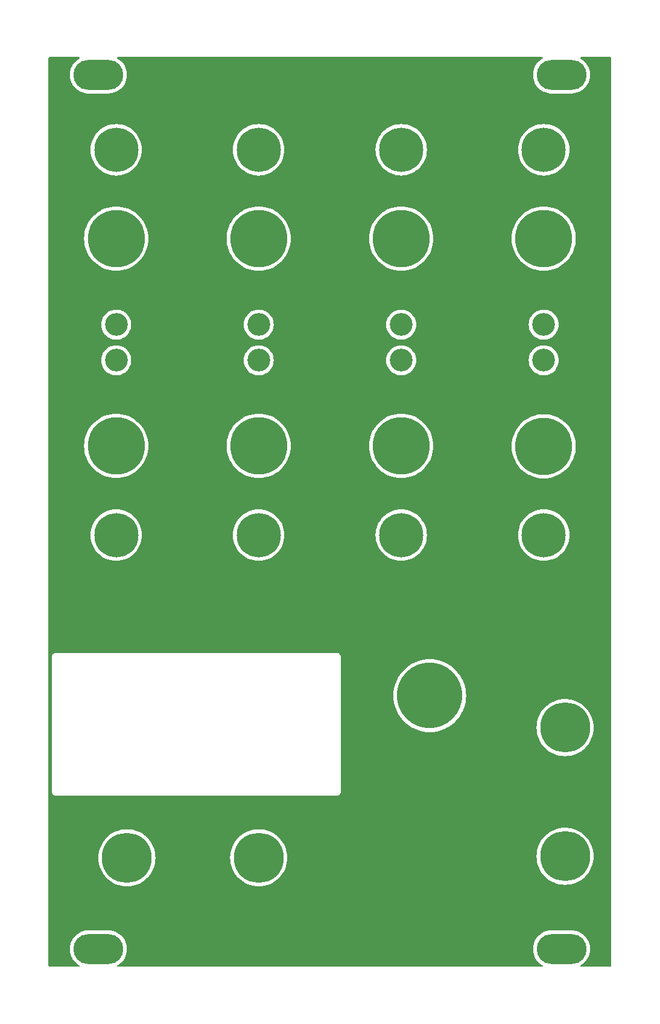
<source format=gbr>
%TF.GenerationSoftware,KiCad,Pcbnew,8.0.4+1*%
%TF.CreationDate,2024-09-11T08:07:52+08:00*%
%TF.ProjectId,MiniSeq - Panel,4d696e69-5365-4712-902d-2050616e656c,v0.1*%
%TF.SameCoordinates,Original*%
%TF.FileFunction,Copper,L2,Bot*%
%TF.FilePolarity,Positive*%
%FSLAX46Y46*%
G04 Gerber Fmt 4.6, Leading zero omitted, Abs format (unit mm)*
G04 Created by KiCad (PCBNEW 8.0.4+1) date 2024-09-11 08:07:52*
%MOMM*%
%LPD*%
G01*
G04 APERTURE LIST*
%TA.AperFunction,WasherPad*%
%ADD10C,8.000000*%
%TD*%
%TA.AperFunction,ComponentPad*%
%ADD11O,7.000000X4.200000*%
%TD*%
%TA.AperFunction,WasherPad*%
%ADD12C,7.000000*%
%TD*%
%TA.AperFunction,ViaPad*%
%ADD13C,6.200000*%
%TD*%
%TA.AperFunction,ViaPad*%
%ADD14C,3.200000*%
%TD*%
%TA.AperFunction,ViaPad*%
%ADD15C,9.200000*%
%TD*%
G04 APERTURE END LIST*
D10*
%TO.P,REF\u002A\u002A,*%
%TO.N,*%
X100000000Y-85000000D03*
%TD*%
%TO.P,REF\u002A\u002A,*%
%TO.N,*%
X100000000Y-55942500D03*
%TD*%
%TO.P,REF\u002A\u002A,*%
%TO.N,*%
X80000000Y-85000000D03*
%TD*%
%TO.P,REF\u002A\u002A,*%
%TO.N,*%
X60000000Y-55942500D03*
%TD*%
D11*
%TO.P,REF\u002A\u002A,*%
%TO.N,*%
X57500000Y-33000000D03*
X57500000Y-155500000D03*
X122500000Y-33000000D03*
X122500000Y-155500000D03*
%TD*%
D12*
%TO.P,REF\u002A\u002A,*%
%TO.N,*%
X123000000Y-142500000D03*
%TD*%
D10*
%TO.P,REF\u002A\u002A,*%
%TO.N,*%
X80000000Y-55942500D03*
%TD*%
D12*
%TO.P,REF\u002A\u002A,*%
%TO.N,*%
X61500000Y-142720000D03*
%TD*%
D10*
%TO.P,REF\u002A\u002A,*%
%TO.N,*%
X120000000Y-85057500D03*
%TD*%
%TO.P,REF\u002A\u002A,*%
%TO.N,*%
X60000000Y-85000000D03*
%TD*%
D12*
%TO.P,REF\u002A\u002A,*%
%TO.N,*%
X80000000Y-142720000D03*
%TD*%
D10*
%TO.P,REF\u002A\u002A,*%
%TO.N,*%
X120000000Y-55942500D03*
%TD*%
D12*
%TO.P,REF\u002A\u002A,*%
%TO.N,*%
X123000000Y-124470000D03*
%TD*%
D13*
%TO.N,*%
X60000000Y-43500000D03*
X120000000Y-43500000D03*
D14*
X80000000Y-73000000D03*
X80000000Y-68000000D03*
X100000000Y-73000000D03*
D13*
X120000000Y-97500000D03*
X80000000Y-43500000D03*
D14*
X120000000Y-73000000D03*
X60000000Y-73000000D03*
X120000000Y-68000000D03*
D13*
X60000000Y-97500000D03*
X100000000Y-97500000D03*
X80000000Y-97500000D03*
D14*
X60000000Y-68000000D03*
X100000000Y-68000000D03*
D13*
X100000000Y-43500000D03*
D15*
X104000000Y-120000000D03*
%TD*%
%TA.AperFunction,NonConductor*%
G36*
X54826693Y-30520185D02*
G01*
X54872448Y-30572989D01*
X54882392Y-30642147D01*
X54853367Y-30705703D01*
X54825626Y-30729494D01*
X54592795Y-30875791D01*
X54364435Y-31057901D01*
X54157901Y-31264435D01*
X53975791Y-31492795D01*
X53820393Y-31740109D01*
X53693665Y-32003261D01*
X53597197Y-32278953D01*
X53597196Y-32278955D01*
X53532202Y-32563714D01*
X53532199Y-32563728D01*
X53499500Y-32853952D01*
X53499500Y-33146047D01*
X53532199Y-33436271D01*
X53532202Y-33436285D01*
X53597196Y-33721044D01*
X53597197Y-33721046D01*
X53693665Y-33996738D01*
X53820393Y-34259890D01*
X53820395Y-34259893D01*
X53975792Y-34507206D01*
X54157902Y-34735565D01*
X54364435Y-34942098D01*
X54592794Y-35124208D01*
X54840107Y-35279605D01*
X55103263Y-35406335D01*
X55378955Y-35502803D01*
X55663714Y-35567798D01*
X55663723Y-35567799D01*
X55663728Y-35567800D01*
X55857210Y-35589599D01*
X55953953Y-35600499D01*
X55953956Y-35600500D01*
X55953959Y-35600500D01*
X59046044Y-35600500D01*
X59046045Y-35600499D01*
X59194371Y-35583787D01*
X59336271Y-35567800D01*
X59336274Y-35567799D01*
X59336286Y-35567798D01*
X59621045Y-35502803D01*
X59896737Y-35406335D01*
X60159893Y-35279605D01*
X60407206Y-35124208D01*
X60635565Y-34942098D01*
X60842098Y-34735565D01*
X61024208Y-34507206D01*
X61179605Y-34259893D01*
X61306335Y-33996737D01*
X61402803Y-33721045D01*
X61467798Y-33436286D01*
X61500500Y-33146041D01*
X61500500Y-32853959D01*
X61467798Y-32563714D01*
X61402803Y-32278955D01*
X61306335Y-32003263D01*
X61179605Y-31740107D01*
X61024208Y-31492794D01*
X60842098Y-31264435D01*
X60635565Y-31057902D01*
X60407206Y-30875792D01*
X60174374Y-30729494D01*
X60128083Y-30677159D01*
X60117435Y-30608106D01*
X60145810Y-30544257D01*
X60204199Y-30505885D01*
X60240346Y-30500500D01*
X119759654Y-30500500D01*
X119826693Y-30520185D01*
X119872448Y-30572989D01*
X119882392Y-30642147D01*
X119853367Y-30705703D01*
X119825626Y-30729494D01*
X119592795Y-30875791D01*
X119364435Y-31057901D01*
X119157901Y-31264435D01*
X118975791Y-31492795D01*
X118820393Y-31740109D01*
X118693665Y-32003261D01*
X118597197Y-32278953D01*
X118597196Y-32278955D01*
X118532202Y-32563714D01*
X118532199Y-32563728D01*
X118499500Y-32853952D01*
X118499500Y-33146047D01*
X118532199Y-33436271D01*
X118532202Y-33436285D01*
X118597196Y-33721044D01*
X118597197Y-33721046D01*
X118693665Y-33996738D01*
X118820393Y-34259890D01*
X118820395Y-34259893D01*
X118975792Y-34507206D01*
X119157902Y-34735565D01*
X119364435Y-34942098D01*
X119592794Y-35124208D01*
X119840107Y-35279605D01*
X120103263Y-35406335D01*
X120378955Y-35502803D01*
X120663714Y-35567798D01*
X120663723Y-35567799D01*
X120663728Y-35567800D01*
X120857210Y-35589599D01*
X120953953Y-35600499D01*
X120953956Y-35600500D01*
X120953959Y-35600500D01*
X124046044Y-35600500D01*
X124046045Y-35600499D01*
X124194371Y-35583787D01*
X124336271Y-35567800D01*
X124336274Y-35567799D01*
X124336286Y-35567798D01*
X124621045Y-35502803D01*
X124896737Y-35406335D01*
X125159893Y-35279605D01*
X125407206Y-35124208D01*
X125635565Y-34942098D01*
X125842098Y-34735565D01*
X126024208Y-34507206D01*
X126179605Y-34259893D01*
X126306335Y-33996737D01*
X126402803Y-33721045D01*
X126467798Y-33436286D01*
X126500500Y-33146041D01*
X126500500Y-32853959D01*
X126467798Y-32563714D01*
X126402803Y-32278955D01*
X126306335Y-32003263D01*
X126179605Y-31740107D01*
X126024208Y-31492794D01*
X125842098Y-31264435D01*
X125635565Y-31057902D01*
X125407206Y-30875792D01*
X125174374Y-30729494D01*
X125128083Y-30677159D01*
X125117435Y-30608106D01*
X125145810Y-30544257D01*
X125204199Y-30505885D01*
X125240346Y-30500500D01*
X129375500Y-30500500D01*
X129442539Y-30520185D01*
X129488294Y-30572989D01*
X129499500Y-30624500D01*
X129499500Y-157875500D01*
X129479815Y-157942539D01*
X129427011Y-157988294D01*
X129375500Y-157999500D01*
X125240346Y-157999500D01*
X125173307Y-157979815D01*
X125127552Y-157927011D01*
X125117608Y-157857853D01*
X125146633Y-157794297D01*
X125174374Y-157770506D01*
X125176577Y-157769121D01*
X125407206Y-157624208D01*
X125635565Y-157442098D01*
X125842098Y-157235565D01*
X126024208Y-157007206D01*
X126179605Y-156759893D01*
X126306335Y-156496737D01*
X126402803Y-156221045D01*
X126467798Y-155936286D01*
X126500500Y-155646041D01*
X126500500Y-155353959D01*
X126467798Y-155063714D01*
X126402803Y-154778955D01*
X126306335Y-154503263D01*
X126179605Y-154240107D01*
X126024208Y-153992794D01*
X125842098Y-153764435D01*
X125635565Y-153557902D01*
X125407206Y-153375792D01*
X125159893Y-153220395D01*
X125159890Y-153220393D01*
X124896738Y-153093665D01*
X124621046Y-152997197D01*
X124621044Y-152997196D01*
X124401280Y-152947036D01*
X124336286Y-152932202D01*
X124336283Y-152932201D01*
X124336271Y-152932199D01*
X124046047Y-152899500D01*
X124046041Y-152899500D01*
X120953959Y-152899500D01*
X120953952Y-152899500D01*
X120663728Y-152932199D01*
X120663714Y-152932202D01*
X120378955Y-152997196D01*
X120378953Y-152997197D01*
X120103261Y-153093665D01*
X119840109Y-153220393D01*
X119592795Y-153375791D01*
X119364435Y-153557901D01*
X119157901Y-153764435D01*
X118975791Y-153992795D01*
X118820393Y-154240109D01*
X118693665Y-154503261D01*
X118597197Y-154778953D01*
X118597196Y-154778955D01*
X118532202Y-155063714D01*
X118532199Y-155063728D01*
X118499500Y-155353952D01*
X118499500Y-155646047D01*
X118532199Y-155936271D01*
X118532202Y-155936285D01*
X118597196Y-156221044D01*
X118597197Y-156221046D01*
X118693665Y-156496738D01*
X118820393Y-156759890D01*
X118820395Y-156759893D01*
X118975792Y-157007206D01*
X119157902Y-157235565D01*
X119364435Y-157442098D01*
X119592794Y-157624208D01*
X119821259Y-157767762D01*
X119825626Y-157770506D01*
X119871917Y-157822841D01*
X119882565Y-157891894D01*
X119854190Y-157955743D01*
X119795801Y-157994115D01*
X119759654Y-157999500D01*
X60240346Y-157999500D01*
X60173307Y-157979815D01*
X60127552Y-157927011D01*
X60117608Y-157857853D01*
X60146633Y-157794297D01*
X60174374Y-157770506D01*
X60176577Y-157769121D01*
X60407206Y-157624208D01*
X60635565Y-157442098D01*
X60842098Y-157235565D01*
X61024208Y-157007206D01*
X61179605Y-156759893D01*
X61306335Y-156496737D01*
X61402803Y-156221045D01*
X61467798Y-155936286D01*
X61500500Y-155646041D01*
X61500500Y-155353959D01*
X61467798Y-155063714D01*
X61402803Y-154778955D01*
X61306335Y-154503263D01*
X61179605Y-154240107D01*
X61024208Y-153992794D01*
X60842098Y-153764435D01*
X60635565Y-153557902D01*
X60407206Y-153375792D01*
X60159893Y-153220395D01*
X60159890Y-153220393D01*
X59896738Y-153093665D01*
X59621046Y-152997197D01*
X59621044Y-152997196D01*
X59401280Y-152947036D01*
X59336286Y-152932202D01*
X59336283Y-152932201D01*
X59336271Y-152932199D01*
X59046047Y-152899500D01*
X59046041Y-152899500D01*
X55953959Y-152899500D01*
X55953952Y-152899500D01*
X55663728Y-152932199D01*
X55663714Y-152932202D01*
X55378955Y-152997196D01*
X55378953Y-152997197D01*
X55103261Y-153093665D01*
X54840109Y-153220393D01*
X54592795Y-153375791D01*
X54364435Y-153557901D01*
X54157901Y-153764435D01*
X53975791Y-153992795D01*
X53820393Y-154240109D01*
X53693665Y-154503261D01*
X53597197Y-154778953D01*
X53597196Y-154778955D01*
X53532202Y-155063714D01*
X53532199Y-155063728D01*
X53499500Y-155353952D01*
X53499500Y-155646047D01*
X53532199Y-155936271D01*
X53532202Y-155936285D01*
X53597196Y-156221044D01*
X53597197Y-156221046D01*
X53693665Y-156496738D01*
X53820393Y-156759890D01*
X53820395Y-156759893D01*
X53975792Y-157007206D01*
X54157902Y-157235565D01*
X54364435Y-157442098D01*
X54592794Y-157624208D01*
X54821259Y-157767762D01*
X54825626Y-157770506D01*
X54871917Y-157822841D01*
X54882565Y-157891894D01*
X54854190Y-157955743D01*
X54795801Y-157994115D01*
X54759654Y-157999500D01*
X50624500Y-157999500D01*
X50557461Y-157979815D01*
X50511706Y-157927011D01*
X50500500Y-157875500D01*
X50500500Y-142720000D01*
X57494675Y-142720000D01*
X57513962Y-143112591D01*
X57513962Y-143112597D01*
X57513963Y-143112599D01*
X57571637Y-143501406D01*
X57667143Y-143882684D01*
X57799561Y-144252770D01*
X57799562Y-144252772D01*
X57967620Y-144608100D01*
X58169692Y-144945236D01*
X58403846Y-145260956D01*
X58667807Y-145552192D01*
X58959043Y-145816153D01*
X58959049Y-145816158D01*
X59274761Y-146050306D01*
X59274763Y-146050307D01*
X59611899Y-146252379D01*
X59611902Y-146252380D01*
X59611903Y-146252381D01*
X59967228Y-146420438D01*
X60337316Y-146552857D01*
X60718600Y-146648364D01*
X61107409Y-146706038D01*
X61500000Y-146725325D01*
X61892591Y-146706038D01*
X62281400Y-146648364D01*
X62662684Y-146552857D01*
X63032772Y-146420438D01*
X63388097Y-146252381D01*
X63725239Y-146050306D01*
X64040951Y-145816158D01*
X64332192Y-145552192D01*
X64596158Y-145260951D01*
X64830306Y-144945239D01*
X65032381Y-144608097D01*
X65200438Y-144252772D01*
X65332857Y-143882684D01*
X65428364Y-143501400D01*
X65486038Y-143112591D01*
X65505325Y-142720000D01*
X75994675Y-142720000D01*
X76013962Y-143112591D01*
X76013962Y-143112597D01*
X76013963Y-143112599D01*
X76071637Y-143501406D01*
X76167143Y-143882684D01*
X76299561Y-144252770D01*
X76299562Y-144252772D01*
X76467620Y-144608100D01*
X76669692Y-144945236D01*
X76903846Y-145260956D01*
X77167807Y-145552192D01*
X77459043Y-145816153D01*
X77459049Y-145816158D01*
X77774761Y-146050306D01*
X77774763Y-146050307D01*
X78111899Y-146252379D01*
X78111902Y-146252380D01*
X78111903Y-146252381D01*
X78467228Y-146420438D01*
X78837316Y-146552857D01*
X79218600Y-146648364D01*
X79607409Y-146706038D01*
X80000000Y-146725325D01*
X80392591Y-146706038D01*
X80781400Y-146648364D01*
X81162684Y-146552857D01*
X81532772Y-146420438D01*
X81888097Y-146252381D01*
X82225239Y-146050306D01*
X82540951Y-145816158D01*
X82832192Y-145552192D01*
X83096158Y-145260951D01*
X83330306Y-144945239D01*
X83532381Y-144608097D01*
X83700438Y-144252772D01*
X83832857Y-143882684D01*
X83928364Y-143501400D01*
X83986038Y-143112591D01*
X84005325Y-142720000D01*
X83994517Y-142500000D01*
X118994675Y-142500000D01*
X119013962Y-142892591D01*
X119013962Y-142892597D01*
X119013963Y-142892599D01*
X119071637Y-143281406D01*
X119167143Y-143662684D01*
X119299561Y-144032770D01*
X119299562Y-144032772D01*
X119467620Y-144388100D01*
X119669692Y-144725236D01*
X119903846Y-145040956D01*
X120167807Y-145332192D01*
X120410540Y-145552192D01*
X120459049Y-145596158D01*
X120774761Y-145830306D01*
X120774763Y-145830307D01*
X121111899Y-146032379D01*
X121111902Y-146032380D01*
X121111903Y-146032381D01*
X121467228Y-146200438D01*
X121837316Y-146332857D01*
X122218600Y-146428364D01*
X122607409Y-146486038D01*
X123000000Y-146505325D01*
X123392591Y-146486038D01*
X123781400Y-146428364D01*
X124162684Y-146332857D01*
X124532772Y-146200438D01*
X124888097Y-146032381D01*
X125225239Y-145830306D01*
X125540951Y-145596158D01*
X125832192Y-145332192D01*
X126096158Y-145040951D01*
X126330306Y-144725239D01*
X126532381Y-144388097D01*
X126700438Y-144032772D01*
X126832857Y-143662684D01*
X126928364Y-143281400D01*
X126986038Y-142892591D01*
X127005325Y-142500000D01*
X126986038Y-142107409D01*
X126928364Y-141718600D01*
X126832857Y-141337316D01*
X126700438Y-140967228D01*
X126532381Y-140611903D01*
X126330306Y-140274761D01*
X126096158Y-139959049D01*
X126031588Y-139887807D01*
X125832192Y-139667807D01*
X125540956Y-139403846D01*
X125521874Y-139389694D01*
X125225239Y-139169694D01*
X125225236Y-139169692D01*
X124888100Y-138967620D01*
X124532772Y-138799562D01*
X124532770Y-138799561D01*
X124162684Y-138667143D01*
X123781406Y-138571637D01*
X123781401Y-138571636D01*
X123781400Y-138571636D01*
X123637256Y-138550254D01*
X123392599Y-138513963D01*
X123392597Y-138513962D01*
X123392591Y-138513962D01*
X123000000Y-138494675D01*
X122607409Y-138513962D01*
X122607403Y-138513962D01*
X122607400Y-138513963D01*
X122218593Y-138571637D01*
X121837315Y-138667143D01*
X121467229Y-138799561D01*
X121467227Y-138799562D01*
X121111899Y-138967620D01*
X120774763Y-139169692D01*
X120459043Y-139403846D01*
X120167807Y-139667807D01*
X119903846Y-139959043D01*
X119669692Y-140274763D01*
X119467620Y-140611899D01*
X119299562Y-140967227D01*
X119299561Y-140967229D01*
X119167143Y-141337315D01*
X119071637Y-141718593D01*
X119071636Y-141718600D01*
X119013962Y-142107409D01*
X118994675Y-142500000D01*
X83994517Y-142500000D01*
X83986038Y-142327409D01*
X83928364Y-141938600D01*
X83832857Y-141557316D01*
X83700438Y-141187228D01*
X83532381Y-140831903D01*
X83330306Y-140494761D01*
X83096158Y-140179049D01*
X83096153Y-140179043D01*
X82832192Y-139887807D01*
X82540956Y-139623846D01*
X82244320Y-139403846D01*
X82225239Y-139389694D01*
X82225236Y-139389692D01*
X81888100Y-139187620D01*
X81532772Y-139019562D01*
X81532770Y-139019561D01*
X81162684Y-138887143D01*
X80781406Y-138791637D01*
X80781401Y-138791636D01*
X80781400Y-138791636D01*
X80637256Y-138770254D01*
X80392599Y-138733963D01*
X80392597Y-138733962D01*
X80392591Y-138733962D01*
X80000000Y-138714675D01*
X79607409Y-138733962D01*
X79607403Y-138733962D01*
X79607400Y-138733963D01*
X79218593Y-138791637D01*
X78837315Y-138887143D01*
X78467229Y-139019561D01*
X78467227Y-139019562D01*
X78111899Y-139187620D01*
X77774763Y-139389692D01*
X77459043Y-139623846D01*
X77167807Y-139887807D01*
X76903846Y-140179043D01*
X76669692Y-140494763D01*
X76467620Y-140831899D01*
X76299562Y-141187227D01*
X76299561Y-141187229D01*
X76167143Y-141557315D01*
X76071637Y-141938593D01*
X76071636Y-141938600D01*
X76013962Y-142327409D01*
X75994675Y-142720000D01*
X65505325Y-142720000D01*
X65486038Y-142327409D01*
X65428364Y-141938600D01*
X65332857Y-141557316D01*
X65200438Y-141187228D01*
X65032381Y-140831903D01*
X64830306Y-140494761D01*
X64596158Y-140179049D01*
X64596153Y-140179043D01*
X64332192Y-139887807D01*
X64040956Y-139623846D01*
X63744320Y-139403846D01*
X63725239Y-139389694D01*
X63725236Y-139389692D01*
X63388100Y-139187620D01*
X63032772Y-139019562D01*
X63032770Y-139019561D01*
X62662684Y-138887143D01*
X62281406Y-138791637D01*
X62281401Y-138791636D01*
X62281400Y-138791636D01*
X62137256Y-138770254D01*
X61892599Y-138733963D01*
X61892597Y-138733962D01*
X61892591Y-138733962D01*
X61500000Y-138714675D01*
X61107409Y-138733962D01*
X61107403Y-138733962D01*
X61107400Y-138733963D01*
X60718593Y-138791637D01*
X60337315Y-138887143D01*
X59967229Y-139019561D01*
X59967227Y-139019562D01*
X59611899Y-139187620D01*
X59274763Y-139389692D01*
X58959043Y-139623846D01*
X58667807Y-139887807D01*
X58403846Y-140179043D01*
X58169692Y-140494763D01*
X57967620Y-140831899D01*
X57799562Y-141187227D01*
X57799561Y-141187229D01*
X57667143Y-141557315D01*
X57571637Y-141938593D01*
X57571636Y-141938600D01*
X57513962Y-142327409D01*
X57494675Y-142720000D01*
X50500500Y-142720000D01*
X50500500Y-114434108D01*
X50999500Y-114434108D01*
X50999500Y-133565891D01*
X51033608Y-133693187D01*
X51066554Y-133750250D01*
X51099500Y-133807314D01*
X51192686Y-133900500D01*
X51306814Y-133966392D01*
X51434108Y-134000500D01*
X51434110Y-134000500D01*
X91065890Y-134000500D01*
X91065892Y-134000500D01*
X91193186Y-133966392D01*
X91307314Y-133900500D01*
X91400500Y-133807314D01*
X91466392Y-133693186D01*
X91500500Y-133565892D01*
X91500500Y-120000000D01*
X98894641Y-120000000D01*
X98914067Y-120444959D01*
X98972201Y-120886523D01*
X98972202Y-120886532D01*
X99068603Y-121321369D01*
X99202533Y-121746139D01*
X99202538Y-121746152D01*
X99372974Y-122157622D01*
X99578623Y-122552670D01*
X99817937Y-122928318D01*
X100089062Y-123281655D01*
X100089066Y-123281660D01*
X100389965Y-123610033D01*
X100389966Y-123610034D01*
X100718339Y-123910933D01*
X100718344Y-123910937D01*
X101071681Y-124182062D01*
X101071686Y-124182065D01*
X101447320Y-124421371D01*
X101447330Y-124421376D01*
X101447329Y-124421376D01*
X101842377Y-124627025D01*
X101842382Y-124627027D01*
X102253864Y-124797468D01*
X102678636Y-124931398D01*
X103113464Y-125027797D01*
X103555039Y-125085932D01*
X104000000Y-125105359D01*
X104444961Y-125085932D01*
X104886536Y-125027797D01*
X105321364Y-124931398D01*
X105746136Y-124797468D01*
X106157618Y-124627027D01*
X106459264Y-124470000D01*
X118994675Y-124470000D01*
X119013962Y-124862591D01*
X119013962Y-124862597D01*
X119013963Y-124862599D01*
X119071637Y-125251406D01*
X119167143Y-125632684D01*
X119299561Y-126002770D01*
X119299562Y-126002772D01*
X119467620Y-126358100D01*
X119669692Y-126695236D01*
X119903846Y-127010956D01*
X120167807Y-127302192D01*
X120459043Y-127566153D01*
X120459049Y-127566158D01*
X120774761Y-127800306D01*
X120774763Y-127800307D01*
X121111899Y-128002379D01*
X121111902Y-128002380D01*
X121111903Y-128002381D01*
X121467228Y-128170438D01*
X121837316Y-128302857D01*
X122218600Y-128398364D01*
X122607409Y-128456038D01*
X123000000Y-128475325D01*
X123392591Y-128456038D01*
X123781400Y-128398364D01*
X124162684Y-128302857D01*
X124532772Y-128170438D01*
X124888097Y-128002381D01*
X125225239Y-127800306D01*
X125540951Y-127566158D01*
X125832192Y-127302192D01*
X126096158Y-127010951D01*
X126330306Y-126695239D01*
X126532381Y-126358097D01*
X126700438Y-126002772D01*
X126832857Y-125632684D01*
X126928364Y-125251400D01*
X126986038Y-124862591D01*
X127005325Y-124470000D01*
X126986038Y-124077409D01*
X126928364Y-123688600D01*
X126832857Y-123307316D01*
X126700438Y-122937228D01*
X126532381Y-122581903D01*
X126514865Y-122552680D01*
X126330307Y-122244763D01*
X126265676Y-122157618D01*
X126096158Y-121929049D01*
X126096153Y-121929043D01*
X125832192Y-121637807D01*
X125540956Y-121373846D01*
X125470192Y-121321364D01*
X125225239Y-121139694D01*
X125225236Y-121139692D01*
X124888100Y-120937620D01*
X124532772Y-120769562D01*
X124532770Y-120769561D01*
X124162684Y-120637143D01*
X123781406Y-120541637D01*
X123781401Y-120541636D01*
X123781400Y-120541636D01*
X123637256Y-120520254D01*
X123392599Y-120483963D01*
X123392597Y-120483962D01*
X123392591Y-120483962D01*
X123000000Y-120464675D01*
X122607409Y-120483962D01*
X122607403Y-120483962D01*
X122607400Y-120483963D01*
X122218593Y-120541637D01*
X121837315Y-120637143D01*
X121467229Y-120769561D01*
X121467227Y-120769562D01*
X121111899Y-120937620D01*
X120774763Y-121139692D01*
X120459043Y-121373846D01*
X120167807Y-121637807D01*
X119903846Y-121929043D01*
X119669692Y-122244763D01*
X119467620Y-122581899D01*
X119299562Y-122937227D01*
X119299561Y-122937229D01*
X119167143Y-123307315D01*
X119071637Y-123688593D01*
X119038656Y-123910937D01*
X119013962Y-124077409D01*
X118994675Y-124470000D01*
X106459264Y-124470000D01*
X106552680Y-124421371D01*
X106928314Y-124182065D01*
X107281662Y-123910932D01*
X107610034Y-123610034D01*
X107910932Y-123281662D01*
X108182065Y-122928314D01*
X108421371Y-122552680D01*
X108627027Y-122157618D01*
X108797468Y-121746136D01*
X108931398Y-121321364D01*
X109027797Y-120886536D01*
X109085932Y-120444961D01*
X109105359Y-120000000D01*
X109085932Y-119555039D01*
X109027797Y-119113464D01*
X108931398Y-118678636D01*
X108797468Y-118253864D01*
X108627027Y-117842382D01*
X108627025Y-117842377D01*
X108421376Y-117447330D01*
X108421374Y-117447327D01*
X108421371Y-117447321D01*
X108182065Y-117071686D01*
X108182062Y-117071681D01*
X107910937Y-116718344D01*
X107910933Y-116718339D01*
X107610034Y-116389966D01*
X107610033Y-116389965D01*
X107281660Y-116089066D01*
X107281655Y-116089062D01*
X106928318Y-115817937D01*
X106795957Y-115733614D01*
X106552680Y-115578629D01*
X106552671Y-115578624D01*
X106552669Y-115578623D01*
X106552670Y-115578623D01*
X106157622Y-115372974D01*
X105746152Y-115202538D01*
X105746139Y-115202533D01*
X105321369Y-115068603D01*
X104886532Y-114972202D01*
X104886523Y-114972201D01*
X104444959Y-114914067D01*
X104000000Y-114894641D01*
X103555040Y-114914067D01*
X103113476Y-114972201D01*
X103113467Y-114972202D01*
X102678630Y-115068603D01*
X102253860Y-115202533D01*
X102253847Y-115202538D01*
X101842377Y-115372974D01*
X101447330Y-115578623D01*
X101071681Y-115817937D01*
X100718344Y-116089062D01*
X100718339Y-116089066D01*
X100389966Y-116389965D01*
X100389965Y-116389966D01*
X100089066Y-116718339D01*
X100089062Y-116718344D01*
X99817937Y-117071681D01*
X99578623Y-117447330D01*
X99372974Y-117842377D01*
X99202538Y-118253847D01*
X99202533Y-118253860D01*
X99068603Y-118678630D01*
X98972202Y-119113467D01*
X98972201Y-119113476D01*
X98914067Y-119555040D01*
X98894641Y-120000000D01*
X91500500Y-120000000D01*
X91500500Y-114434108D01*
X91466392Y-114306814D01*
X91400500Y-114192686D01*
X91307314Y-114099500D01*
X91250250Y-114066554D01*
X91193187Y-114033608D01*
X91129539Y-114016554D01*
X91065892Y-113999500D01*
X51565892Y-113999500D01*
X51434108Y-113999500D01*
X51306812Y-114033608D01*
X51192686Y-114099500D01*
X51192683Y-114099502D01*
X51099502Y-114192683D01*
X51099500Y-114192686D01*
X51033608Y-114306812D01*
X50999500Y-114434108D01*
X50500500Y-114434108D01*
X50500500Y-97499999D01*
X56394559Y-97499999D01*
X56394559Y-97500000D01*
X56414310Y-97876872D01*
X56473346Y-98249607D01*
X56473347Y-98249614D01*
X56571023Y-98614147D01*
X56706267Y-98966468D01*
X56877599Y-99302725D01*
X57083135Y-99619223D01*
X57083137Y-99619225D01*
X57320635Y-99912511D01*
X57587489Y-100179365D01*
X57587493Y-100179368D01*
X57880776Y-100416864D01*
X58197274Y-100622400D01*
X58197279Y-100622403D01*
X58533535Y-100793734D01*
X58885857Y-100928978D01*
X59250387Y-101026653D01*
X59623129Y-101085690D01*
X59979155Y-101104348D01*
X59999999Y-101105441D01*
X60000000Y-101105441D01*
X60000001Y-101105441D01*
X60019752Y-101104405D01*
X60376871Y-101085690D01*
X60749613Y-101026653D01*
X61114143Y-100928978D01*
X61466465Y-100793734D01*
X61802721Y-100622403D01*
X62119225Y-100416863D01*
X62412511Y-100179365D01*
X62679365Y-99912511D01*
X62916863Y-99619225D01*
X63122403Y-99302721D01*
X63293734Y-98966465D01*
X63428978Y-98614143D01*
X63526653Y-98249613D01*
X63585690Y-97876871D01*
X63605441Y-97500000D01*
X63605441Y-97499999D01*
X76394559Y-97499999D01*
X76394559Y-97500000D01*
X76414310Y-97876872D01*
X76473346Y-98249607D01*
X76473347Y-98249614D01*
X76571023Y-98614147D01*
X76706267Y-98966468D01*
X76877599Y-99302725D01*
X77083135Y-99619223D01*
X77083137Y-99619225D01*
X77320635Y-99912511D01*
X77587489Y-100179365D01*
X77587493Y-100179368D01*
X77880776Y-100416864D01*
X78197274Y-100622400D01*
X78197279Y-100622403D01*
X78533535Y-100793734D01*
X78885857Y-100928978D01*
X79250387Y-101026653D01*
X79623129Y-101085690D01*
X79979155Y-101104348D01*
X79999999Y-101105441D01*
X80000000Y-101105441D01*
X80000001Y-101105441D01*
X80019752Y-101104405D01*
X80376871Y-101085690D01*
X80749613Y-101026653D01*
X81114143Y-100928978D01*
X81466465Y-100793734D01*
X81802721Y-100622403D01*
X82119225Y-100416863D01*
X82412511Y-100179365D01*
X82679365Y-99912511D01*
X82916863Y-99619225D01*
X83122403Y-99302721D01*
X83293734Y-98966465D01*
X83428978Y-98614143D01*
X83526653Y-98249613D01*
X83585690Y-97876871D01*
X83605441Y-97500000D01*
X83605441Y-97499999D01*
X96394559Y-97499999D01*
X96394559Y-97500000D01*
X96414310Y-97876872D01*
X96473346Y-98249607D01*
X96473347Y-98249614D01*
X96571023Y-98614147D01*
X96706267Y-98966468D01*
X96877599Y-99302725D01*
X97083135Y-99619223D01*
X97083137Y-99619225D01*
X97320635Y-99912511D01*
X97587489Y-100179365D01*
X97587493Y-100179368D01*
X97880776Y-100416864D01*
X98197274Y-100622400D01*
X98197279Y-100622403D01*
X98533535Y-100793734D01*
X98885857Y-100928978D01*
X99250387Y-101026653D01*
X99623129Y-101085690D01*
X99979155Y-101104348D01*
X99999999Y-101105441D01*
X100000000Y-101105441D01*
X100000001Y-101105441D01*
X100019752Y-101104405D01*
X100376871Y-101085690D01*
X100749613Y-101026653D01*
X101114143Y-100928978D01*
X101466465Y-100793734D01*
X101802721Y-100622403D01*
X102119225Y-100416863D01*
X102412511Y-100179365D01*
X102679365Y-99912511D01*
X102916863Y-99619225D01*
X103122403Y-99302721D01*
X103293734Y-98966465D01*
X103428978Y-98614143D01*
X103526653Y-98249613D01*
X103585690Y-97876871D01*
X103605441Y-97500000D01*
X103605441Y-97499999D01*
X116394559Y-97499999D01*
X116394559Y-97500000D01*
X116414310Y-97876872D01*
X116473346Y-98249607D01*
X116473347Y-98249614D01*
X116571023Y-98614147D01*
X116706267Y-98966468D01*
X116877599Y-99302725D01*
X117083135Y-99619223D01*
X117083137Y-99619225D01*
X117320635Y-99912511D01*
X117587489Y-100179365D01*
X117587493Y-100179368D01*
X117880776Y-100416864D01*
X118197274Y-100622400D01*
X118197279Y-100622403D01*
X118533535Y-100793734D01*
X118885857Y-100928978D01*
X119250387Y-101026653D01*
X119623129Y-101085690D01*
X119979155Y-101104348D01*
X119999999Y-101105441D01*
X120000000Y-101105441D01*
X120000001Y-101105441D01*
X120019752Y-101104405D01*
X120376871Y-101085690D01*
X120749613Y-101026653D01*
X121114143Y-100928978D01*
X121466465Y-100793734D01*
X121802721Y-100622403D01*
X122119225Y-100416863D01*
X122412511Y-100179365D01*
X122679365Y-99912511D01*
X122916863Y-99619225D01*
X123122403Y-99302721D01*
X123293734Y-98966465D01*
X123428978Y-98614143D01*
X123526653Y-98249613D01*
X123585690Y-97876871D01*
X123605441Y-97500000D01*
X123585690Y-97123129D01*
X123526653Y-96750387D01*
X123428978Y-96385857D01*
X123293734Y-96033535D01*
X123122403Y-95697280D01*
X122916863Y-95380775D01*
X122679365Y-95087489D01*
X122412511Y-94820635D01*
X122119225Y-94583137D01*
X122119223Y-94583135D01*
X121802725Y-94377599D01*
X121466468Y-94206267D01*
X121114147Y-94071023D01*
X120749614Y-93973347D01*
X120749607Y-93973346D01*
X120376872Y-93914310D01*
X120000001Y-93894559D01*
X119999999Y-93894559D01*
X119623127Y-93914310D01*
X119250392Y-93973346D01*
X119250385Y-93973347D01*
X118885852Y-94071023D01*
X118533531Y-94206267D01*
X118197275Y-94377599D01*
X117880776Y-94583135D01*
X117587493Y-94820631D01*
X117587485Y-94820638D01*
X117320638Y-95087485D01*
X117320631Y-95087493D01*
X117083135Y-95380776D01*
X116877599Y-95697275D01*
X116706267Y-96033531D01*
X116571023Y-96385852D01*
X116473347Y-96750385D01*
X116473346Y-96750392D01*
X116414310Y-97123127D01*
X116394559Y-97499999D01*
X103605441Y-97499999D01*
X103585690Y-97123129D01*
X103526653Y-96750387D01*
X103428978Y-96385857D01*
X103293734Y-96033535D01*
X103122403Y-95697280D01*
X102916863Y-95380775D01*
X102679365Y-95087489D01*
X102412511Y-94820635D01*
X102119225Y-94583137D01*
X102119223Y-94583135D01*
X101802725Y-94377599D01*
X101466468Y-94206267D01*
X101114147Y-94071023D01*
X100749614Y-93973347D01*
X100749607Y-93973346D01*
X100376872Y-93914310D01*
X100000001Y-93894559D01*
X99999999Y-93894559D01*
X99623127Y-93914310D01*
X99250392Y-93973346D01*
X99250385Y-93973347D01*
X98885852Y-94071023D01*
X98533531Y-94206267D01*
X98197275Y-94377599D01*
X97880776Y-94583135D01*
X97587493Y-94820631D01*
X97587485Y-94820638D01*
X97320638Y-95087485D01*
X97320631Y-95087493D01*
X97083135Y-95380776D01*
X96877599Y-95697275D01*
X96706267Y-96033531D01*
X96571023Y-96385852D01*
X96473347Y-96750385D01*
X96473346Y-96750392D01*
X96414310Y-97123127D01*
X96394559Y-97499999D01*
X83605441Y-97499999D01*
X83585690Y-97123129D01*
X83526653Y-96750387D01*
X83428978Y-96385857D01*
X83293734Y-96033535D01*
X83122403Y-95697280D01*
X82916863Y-95380775D01*
X82679365Y-95087489D01*
X82412511Y-94820635D01*
X82119225Y-94583137D01*
X82119223Y-94583135D01*
X81802725Y-94377599D01*
X81466468Y-94206267D01*
X81114147Y-94071023D01*
X80749614Y-93973347D01*
X80749607Y-93973346D01*
X80376872Y-93914310D01*
X80000001Y-93894559D01*
X79999999Y-93894559D01*
X79623127Y-93914310D01*
X79250392Y-93973346D01*
X79250385Y-93973347D01*
X78885852Y-94071023D01*
X78533531Y-94206267D01*
X78197275Y-94377599D01*
X77880776Y-94583135D01*
X77587493Y-94820631D01*
X77587485Y-94820638D01*
X77320638Y-95087485D01*
X77320631Y-95087493D01*
X77083135Y-95380776D01*
X76877599Y-95697275D01*
X76706267Y-96033531D01*
X76571023Y-96385852D01*
X76473347Y-96750385D01*
X76473346Y-96750392D01*
X76414310Y-97123127D01*
X76394559Y-97499999D01*
X63605441Y-97499999D01*
X63585690Y-97123129D01*
X63526653Y-96750387D01*
X63428978Y-96385857D01*
X63293734Y-96033535D01*
X63122403Y-95697280D01*
X62916863Y-95380775D01*
X62679365Y-95087489D01*
X62412511Y-94820635D01*
X62119225Y-94583137D01*
X62119223Y-94583135D01*
X61802725Y-94377599D01*
X61466468Y-94206267D01*
X61114147Y-94071023D01*
X60749614Y-93973347D01*
X60749607Y-93973346D01*
X60376872Y-93914310D01*
X60000001Y-93894559D01*
X59999999Y-93894559D01*
X59623127Y-93914310D01*
X59250392Y-93973346D01*
X59250385Y-93973347D01*
X58885852Y-94071023D01*
X58533531Y-94206267D01*
X58197275Y-94377599D01*
X57880776Y-94583135D01*
X57587493Y-94820631D01*
X57587485Y-94820638D01*
X57320638Y-95087485D01*
X57320631Y-95087493D01*
X57083135Y-95380776D01*
X56877599Y-95697275D01*
X56706267Y-96033531D01*
X56571023Y-96385852D01*
X56473347Y-96750385D01*
X56473346Y-96750392D01*
X56414310Y-97123127D01*
X56394559Y-97499999D01*
X50500500Y-97499999D01*
X50500500Y-85000000D01*
X55494693Y-85000000D01*
X55513912Y-85415697D01*
X55513912Y-85415702D01*
X55513913Y-85415707D01*
X55571403Y-85827845D01*
X55571405Y-85827853D01*
X55666679Y-86232933D01*
X55798929Y-86627514D01*
X55967010Y-87008177D01*
X55967020Y-87008198D01*
X56169506Y-87371731D01*
X56169509Y-87371735D01*
X56169511Y-87371739D01*
X56404687Y-87715054D01*
X56404689Y-87715056D01*
X56404696Y-87715066D01*
X56452444Y-87772566D01*
X56670538Y-88035206D01*
X56964794Y-88329462D01*
X56964805Y-88329471D01*
X57284933Y-88595303D01*
X57284939Y-88595307D01*
X57284946Y-88595313D01*
X57628261Y-88830489D01*
X57628267Y-88830492D01*
X57628268Y-88830493D01*
X57731493Y-88887989D01*
X57991812Y-89032985D01*
X58182153Y-89117029D01*
X58372485Y-89201070D01*
X58372488Y-89201071D01*
X58372495Y-89201074D01*
X58767064Y-89333320D01*
X59172152Y-89428596D01*
X59584303Y-89486088D01*
X60000000Y-89505307D01*
X60415697Y-89486088D01*
X60827848Y-89428596D01*
X61232936Y-89333320D01*
X61627505Y-89201074D01*
X62008188Y-89032985D01*
X62371739Y-88830489D01*
X62715054Y-88595313D01*
X63035206Y-88329462D01*
X63329462Y-88035206D01*
X63595313Y-87715054D01*
X63830489Y-87371739D01*
X64032985Y-87008188D01*
X64201074Y-86627505D01*
X64333320Y-86232936D01*
X64428596Y-85827848D01*
X64486088Y-85415697D01*
X64505307Y-85000000D01*
X75494693Y-85000000D01*
X75513912Y-85415697D01*
X75513912Y-85415702D01*
X75513913Y-85415707D01*
X75571403Y-85827845D01*
X75571405Y-85827853D01*
X75666679Y-86232933D01*
X75798929Y-86627514D01*
X75967010Y-87008177D01*
X75967020Y-87008198D01*
X76169506Y-87371731D01*
X76169509Y-87371735D01*
X76169511Y-87371739D01*
X76404687Y-87715054D01*
X76404689Y-87715056D01*
X76404696Y-87715066D01*
X76452444Y-87772566D01*
X76670538Y-88035206D01*
X76964794Y-88329462D01*
X76964805Y-88329471D01*
X77284933Y-88595303D01*
X77284939Y-88595307D01*
X77284946Y-88595313D01*
X77628261Y-88830489D01*
X77628267Y-88830492D01*
X77628268Y-88830493D01*
X77731493Y-88887989D01*
X77991812Y-89032985D01*
X78182153Y-89117029D01*
X78372485Y-89201070D01*
X78372488Y-89201071D01*
X78372495Y-89201074D01*
X78767064Y-89333320D01*
X79172152Y-89428596D01*
X79584303Y-89486088D01*
X80000000Y-89505307D01*
X80415697Y-89486088D01*
X80827848Y-89428596D01*
X81232936Y-89333320D01*
X81627505Y-89201074D01*
X82008188Y-89032985D01*
X82371739Y-88830489D01*
X82715054Y-88595313D01*
X83035206Y-88329462D01*
X83329462Y-88035206D01*
X83595313Y-87715054D01*
X83830489Y-87371739D01*
X84032985Y-87008188D01*
X84201074Y-86627505D01*
X84333320Y-86232936D01*
X84428596Y-85827848D01*
X84486088Y-85415697D01*
X84505307Y-85000000D01*
X95494693Y-85000000D01*
X95513912Y-85415697D01*
X95513912Y-85415702D01*
X95513913Y-85415707D01*
X95571403Y-85827845D01*
X95571405Y-85827853D01*
X95666679Y-86232933D01*
X95798929Y-86627514D01*
X95967010Y-87008177D01*
X95967020Y-87008198D01*
X96169506Y-87371731D01*
X96169509Y-87371735D01*
X96169511Y-87371739D01*
X96404687Y-87715054D01*
X96404689Y-87715056D01*
X96404696Y-87715066D01*
X96452444Y-87772566D01*
X96670538Y-88035206D01*
X96964794Y-88329462D01*
X96964805Y-88329471D01*
X97284933Y-88595303D01*
X97284939Y-88595307D01*
X97284946Y-88595313D01*
X97628261Y-88830489D01*
X97628267Y-88830492D01*
X97628268Y-88830493D01*
X97731493Y-88887989D01*
X97991812Y-89032985D01*
X98182153Y-89117029D01*
X98372485Y-89201070D01*
X98372488Y-89201071D01*
X98372495Y-89201074D01*
X98767064Y-89333320D01*
X99172152Y-89428596D01*
X99584303Y-89486088D01*
X100000000Y-89505307D01*
X100415697Y-89486088D01*
X100827848Y-89428596D01*
X101232936Y-89333320D01*
X101627505Y-89201074D01*
X102008188Y-89032985D01*
X102371739Y-88830489D01*
X102715054Y-88595313D01*
X103035206Y-88329462D01*
X103329462Y-88035206D01*
X103595313Y-87715054D01*
X103830489Y-87371739D01*
X104032985Y-87008188D01*
X104201074Y-86627505D01*
X104333320Y-86232936D01*
X104428596Y-85827848D01*
X104486088Y-85415697D01*
X104502649Y-85057500D01*
X115494693Y-85057500D01*
X115513912Y-85473197D01*
X115513912Y-85473202D01*
X115513913Y-85473207D01*
X115571403Y-85885345D01*
X115571405Y-85885353D01*
X115666679Y-86290433D01*
X115798929Y-86685014D01*
X115967010Y-87065677D01*
X115967020Y-87065698D01*
X116169506Y-87429231D01*
X116169509Y-87429235D01*
X116169511Y-87429239D01*
X116404687Y-87772554D01*
X116404689Y-87772556D01*
X116404696Y-87772566D01*
X116622797Y-88035214D01*
X116670538Y-88092706D01*
X116964794Y-88386962D01*
X116964805Y-88386971D01*
X117284933Y-88652803D01*
X117284939Y-88652807D01*
X117284946Y-88652813D01*
X117628261Y-88887989D01*
X117628267Y-88887992D01*
X117628268Y-88887993D01*
X117888586Y-89032989D01*
X117991812Y-89090485D01*
X118182153Y-89174529D01*
X118372485Y-89258570D01*
X118372488Y-89258571D01*
X118372495Y-89258574D01*
X118767064Y-89390820D01*
X119172152Y-89486096D01*
X119584303Y-89543588D01*
X120000000Y-89562807D01*
X120415697Y-89543588D01*
X120827848Y-89486096D01*
X121232936Y-89390820D01*
X121627505Y-89258574D01*
X122008188Y-89090485D01*
X122371739Y-88887989D01*
X122715054Y-88652813D01*
X123035206Y-88386962D01*
X123329462Y-88092706D01*
X123595313Y-87772554D01*
X123830489Y-87429239D01*
X124032985Y-87065688D01*
X124201074Y-86685005D01*
X124333320Y-86290436D01*
X124428596Y-85885348D01*
X124486088Y-85473197D01*
X124505307Y-85057500D01*
X124486088Y-84641803D01*
X124428596Y-84229652D01*
X124333320Y-83824564D01*
X124201074Y-83429995D01*
X124032985Y-83049312D01*
X123830489Y-82685761D01*
X123595313Y-82342446D01*
X123595307Y-82342439D01*
X123595303Y-82342433D01*
X123329471Y-82022305D01*
X123329462Y-82022294D01*
X123035206Y-81728038D01*
X122965971Y-81670546D01*
X122715066Y-81462196D01*
X122715056Y-81462189D01*
X122715054Y-81462187D01*
X122371739Y-81227011D01*
X122371735Y-81227009D01*
X122371731Y-81227006D01*
X122008198Y-81024520D01*
X122008177Y-81024510D01*
X121627514Y-80856429D01*
X121232933Y-80724179D01*
X120827853Y-80628905D01*
X120827845Y-80628903D01*
X120415707Y-80571413D01*
X120415702Y-80571412D01*
X120415697Y-80571412D01*
X120000000Y-80552193D01*
X119584303Y-80571412D01*
X119584297Y-80571412D01*
X119584292Y-80571413D01*
X119172154Y-80628903D01*
X119172146Y-80628905D01*
X118767066Y-80724179D01*
X118372485Y-80856429D01*
X117991822Y-81024510D01*
X117991801Y-81024520D01*
X117628268Y-81227006D01*
X117628262Y-81227010D01*
X117284943Y-81462189D01*
X117284933Y-81462196D01*
X116964805Y-81728028D01*
X116964785Y-81728046D01*
X116670546Y-82022285D01*
X116670528Y-82022305D01*
X116404696Y-82342433D01*
X116404689Y-82342443D01*
X116169510Y-82685762D01*
X116169506Y-82685768D01*
X115967020Y-83049301D01*
X115967010Y-83049322D01*
X115798929Y-83429985D01*
X115666679Y-83824566D01*
X115571405Y-84229646D01*
X115571403Y-84229654D01*
X115513913Y-84641792D01*
X115513912Y-84641797D01*
X115513912Y-84641803D01*
X115494693Y-85057500D01*
X104502649Y-85057500D01*
X104505307Y-85000000D01*
X104486088Y-84584303D01*
X104428596Y-84172152D01*
X104333320Y-83767064D01*
X104201074Y-83372495D01*
X104032985Y-82991812D01*
X103830489Y-82628261D01*
X103595313Y-82284946D01*
X103595307Y-82284939D01*
X103595303Y-82284933D01*
X103329471Y-81964805D01*
X103329462Y-81964794D01*
X103035206Y-81670538D01*
X103035194Y-81670528D01*
X102715066Y-81404696D01*
X102715056Y-81404689D01*
X102715054Y-81404687D01*
X102371739Y-81169511D01*
X102371735Y-81169509D01*
X102371731Y-81169506D01*
X102008198Y-80967020D01*
X102008177Y-80967010D01*
X101627514Y-80798929D01*
X101232933Y-80666679D01*
X100827853Y-80571405D01*
X100827845Y-80571403D01*
X100415707Y-80513913D01*
X100415702Y-80513912D01*
X100415697Y-80513912D01*
X100000000Y-80494693D01*
X99584303Y-80513912D01*
X99584297Y-80513912D01*
X99584292Y-80513913D01*
X99172154Y-80571403D01*
X99172146Y-80571405D01*
X98767066Y-80666679D01*
X98372485Y-80798929D01*
X97991822Y-80967010D01*
X97991801Y-80967020D01*
X97628268Y-81169506D01*
X97628262Y-81169510D01*
X97284943Y-81404689D01*
X97284933Y-81404696D01*
X96964805Y-81670528D01*
X96964785Y-81670546D01*
X96670546Y-81964785D01*
X96670528Y-81964805D01*
X96404696Y-82284933D01*
X96404689Y-82284943D01*
X96169510Y-82628262D01*
X96169506Y-82628268D01*
X95967020Y-82991801D01*
X95967010Y-82991822D01*
X95798929Y-83372485D01*
X95666679Y-83767066D01*
X95571405Y-84172146D01*
X95571403Y-84172154D01*
X95513913Y-84584292D01*
X95513912Y-84584297D01*
X95513912Y-84584303D01*
X95494693Y-85000000D01*
X84505307Y-85000000D01*
X84486088Y-84584303D01*
X84428596Y-84172152D01*
X84333320Y-83767064D01*
X84201074Y-83372495D01*
X84032985Y-82991812D01*
X83830489Y-82628261D01*
X83595313Y-82284946D01*
X83595307Y-82284939D01*
X83595303Y-82284933D01*
X83329471Y-81964805D01*
X83329462Y-81964794D01*
X83035206Y-81670538D01*
X83035194Y-81670528D01*
X82715066Y-81404696D01*
X82715056Y-81404689D01*
X82715054Y-81404687D01*
X82371739Y-81169511D01*
X82371735Y-81169509D01*
X82371731Y-81169506D01*
X82008198Y-80967020D01*
X82008177Y-80967010D01*
X81627514Y-80798929D01*
X81232933Y-80666679D01*
X80827853Y-80571405D01*
X80827845Y-80571403D01*
X80415707Y-80513913D01*
X80415702Y-80513912D01*
X80415697Y-80513912D01*
X80000000Y-80494693D01*
X79584303Y-80513912D01*
X79584297Y-80513912D01*
X79584292Y-80513913D01*
X79172154Y-80571403D01*
X79172146Y-80571405D01*
X78767066Y-80666679D01*
X78372485Y-80798929D01*
X77991822Y-80967010D01*
X77991801Y-80967020D01*
X77628268Y-81169506D01*
X77628262Y-81169510D01*
X77284943Y-81404689D01*
X77284933Y-81404696D01*
X76964805Y-81670528D01*
X76964785Y-81670546D01*
X76670546Y-81964785D01*
X76670528Y-81964805D01*
X76404696Y-82284933D01*
X76404689Y-82284943D01*
X76169510Y-82628262D01*
X76169506Y-82628268D01*
X75967020Y-82991801D01*
X75967010Y-82991822D01*
X75798929Y-83372485D01*
X75666679Y-83767066D01*
X75571405Y-84172146D01*
X75571403Y-84172154D01*
X75513913Y-84584292D01*
X75513912Y-84584297D01*
X75513912Y-84584303D01*
X75494693Y-85000000D01*
X64505307Y-85000000D01*
X64486088Y-84584303D01*
X64428596Y-84172152D01*
X64333320Y-83767064D01*
X64201074Y-83372495D01*
X64032985Y-82991812D01*
X63830489Y-82628261D01*
X63595313Y-82284946D01*
X63595307Y-82284939D01*
X63595303Y-82284933D01*
X63329471Y-81964805D01*
X63329462Y-81964794D01*
X63035206Y-81670538D01*
X63035194Y-81670528D01*
X62715066Y-81404696D01*
X62715056Y-81404689D01*
X62715054Y-81404687D01*
X62371739Y-81169511D01*
X62371735Y-81169509D01*
X62371731Y-81169506D01*
X62008198Y-80967020D01*
X62008177Y-80967010D01*
X61627514Y-80798929D01*
X61232933Y-80666679D01*
X60827853Y-80571405D01*
X60827845Y-80571403D01*
X60415707Y-80513913D01*
X60415702Y-80513912D01*
X60415697Y-80513912D01*
X60000000Y-80494693D01*
X59584303Y-80513912D01*
X59584297Y-80513912D01*
X59584292Y-80513913D01*
X59172154Y-80571403D01*
X59172146Y-80571405D01*
X58767066Y-80666679D01*
X58372485Y-80798929D01*
X57991822Y-80967010D01*
X57991801Y-80967020D01*
X57628268Y-81169506D01*
X57628262Y-81169510D01*
X57284943Y-81404689D01*
X57284933Y-81404696D01*
X56964805Y-81670528D01*
X56964785Y-81670546D01*
X56670546Y-81964785D01*
X56670528Y-81964805D01*
X56404696Y-82284933D01*
X56404689Y-82284943D01*
X56169510Y-82628262D01*
X56169506Y-82628268D01*
X55967020Y-82991801D01*
X55967010Y-82991822D01*
X55798929Y-83372485D01*
X55666679Y-83767066D01*
X55571405Y-84172146D01*
X55571403Y-84172154D01*
X55513913Y-84584292D01*
X55513912Y-84584297D01*
X55513912Y-84584303D01*
X55494693Y-85000000D01*
X50500500Y-85000000D01*
X50500500Y-73000000D01*
X57894592Y-73000000D01*
X57914201Y-73286680D01*
X57972666Y-73568034D01*
X57972667Y-73568037D01*
X58068894Y-73838793D01*
X58068893Y-73838793D01*
X58201098Y-74093935D01*
X58366812Y-74328700D01*
X58451923Y-74419831D01*
X58562947Y-74538708D01*
X58785853Y-74720055D01*
X59031382Y-74869365D01*
X59218237Y-74950526D01*
X59294942Y-74983844D01*
X59571642Y-75061371D01*
X59821920Y-75095771D01*
X59856321Y-75100500D01*
X59856322Y-75100500D01*
X60143679Y-75100500D01*
X60174370Y-75096281D01*
X60428358Y-75061371D01*
X60705058Y-74983844D01*
X60818015Y-74934779D01*
X60968617Y-74869365D01*
X60968620Y-74869363D01*
X60968625Y-74869361D01*
X61214147Y-74720055D01*
X61437053Y-74538708D01*
X61633189Y-74328698D01*
X61798901Y-74093936D01*
X61931104Y-73838797D01*
X62027334Y-73568032D01*
X62085798Y-73286686D01*
X62105408Y-73000000D01*
X77894592Y-73000000D01*
X77914201Y-73286680D01*
X77972666Y-73568034D01*
X77972667Y-73568037D01*
X78068894Y-73838793D01*
X78068893Y-73838793D01*
X78201098Y-74093935D01*
X78366812Y-74328700D01*
X78451923Y-74419831D01*
X78562947Y-74538708D01*
X78785853Y-74720055D01*
X79031382Y-74869365D01*
X79218237Y-74950526D01*
X79294942Y-74983844D01*
X79571642Y-75061371D01*
X79821920Y-75095771D01*
X79856321Y-75100500D01*
X79856322Y-75100500D01*
X80143679Y-75100500D01*
X80174370Y-75096281D01*
X80428358Y-75061371D01*
X80705058Y-74983844D01*
X80818015Y-74934779D01*
X80968617Y-74869365D01*
X80968620Y-74869363D01*
X80968625Y-74869361D01*
X81214147Y-74720055D01*
X81437053Y-74538708D01*
X81633189Y-74328698D01*
X81798901Y-74093936D01*
X81931104Y-73838797D01*
X82027334Y-73568032D01*
X82085798Y-73286686D01*
X82105408Y-73000000D01*
X97894592Y-73000000D01*
X97914201Y-73286680D01*
X97972666Y-73568034D01*
X97972667Y-73568037D01*
X98068894Y-73838793D01*
X98068893Y-73838793D01*
X98201098Y-74093935D01*
X98366812Y-74328700D01*
X98451923Y-74419831D01*
X98562947Y-74538708D01*
X98785853Y-74720055D01*
X99031382Y-74869365D01*
X99218237Y-74950526D01*
X99294942Y-74983844D01*
X99571642Y-75061371D01*
X99821920Y-75095771D01*
X99856321Y-75100500D01*
X99856322Y-75100500D01*
X100143679Y-75100500D01*
X100174370Y-75096281D01*
X100428358Y-75061371D01*
X100705058Y-74983844D01*
X100818015Y-74934779D01*
X100968617Y-74869365D01*
X100968620Y-74869363D01*
X100968625Y-74869361D01*
X101214147Y-74720055D01*
X101437053Y-74538708D01*
X101633189Y-74328698D01*
X101798901Y-74093936D01*
X101931104Y-73838797D01*
X102027334Y-73568032D01*
X102085798Y-73286686D01*
X102105408Y-73000000D01*
X117894592Y-73000000D01*
X117914201Y-73286680D01*
X117972666Y-73568034D01*
X117972667Y-73568037D01*
X118068894Y-73838793D01*
X118068893Y-73838793D01*
X118201098Y-74093935D01*
X118366812Y-74328700D01*
X118451923Y-74419831D01*
X118562947Y-74538708D01*
X118785853Y-74720055D01*
X119031382Y-74869365D01*
X119218237Y-74950526D01*
X119294942Y-74983844D01*
X119571642Y-75061371D01*
X119821920Y-75095771D01*
X119856321Y-75100500D01*
X119856322Y-75100500D01*
X120143679Y-75100500D01*
X120174370Y-75096281D01*
X120428358Y-75061371D01*
X120705058Y-74983844D01*
X120818015Y-74934779D01*
X120968617Y-74869365D01*
X120968620Y-74869363D01*
X120968625Y-74869361D01*
X121214147Y-74720055D01*
X121437053Y-74538708D01*
X121633189Y-74328698D01*
X121798901Y-74093936D01*
X121931104Y-73838797D01*
X122027334Y-73568032D01*
X122085798Y-73286686D01*
X122105408Y-73000000D01*
X122085798Y-72713314D01*
X122027334Y-72431968D01*
X121931105Y-72161206D01*
X121931106Y-72161206D01*
X121798901Y-71906064D01*
X121633187Y-71671299D01*
X121554554Y-71587105D01*
X121437053Y-71461292D01*
X121214147Y-71279945D01*
X121214146Y-71279944D01*
X120968617Y-71130634D01*
X120705063Y-71016158D01*
X120705061Y-71016157D01*
X120705058Y-71016156D01*
X120575578Y-70979877D01*
X120428364Y-70938630D01*
X120428359Y-70938629D01*
X120428358Y-70938629D01*
X120286018Y-70919064D01*
X120143679Y-70899500D01*
X120143678Y-70899500D01*
X119856322Y-70899500D01*
X119856321Y-70899500D01*
X119571642Y-70938629D01*
X119571635Y-70938630D01*
X119363861Y-70996845D01*
X119294942Y-71016156D01*
X119294939Y-71016156D01*
X119294936Y-71016158D01*
X119294935Y-71016158D01*
X119031382Y-71130634D01*
X118785853Y-71279944D01*
X118562950Y-71461289D01*
X118366812Y-71671299D01*
X118201098Y-71906064D01*
X118068894Y-72161206D01*
X117972667Y-72431962D01*
X117972666Y-72431965D01*
X117914201Y-72713319D01*
X117894592Y-73000000D01*
X102105408Y-73000000D01*
X102085798Y-72713314D01*
X102027334Y-72431968D01*
X101931105Y-72161206D01*
X101931106Y-72161206D01*
X101798901Y-71906064D01*
X101633187Y-71671299D01*
X101554554Y-71587105D01*
X101437053Y-71461292D01*
X101214147Y-71279945D01*
X101214146Y-71279944D01*
X100968617Y-71130634D01*
X100705063Y-71016158D01*
X100705061Y-71016157D01*
X100705058Y-71016156D01*
X100575578Y-70979877D01*
X100428364Y-70938630D01*
X100428359Y-70938629D01*
X100428358Y-70938629D01*
X100286018Y-70919064D01*
X100143679Y-70899500D01*
X100143678Y-70899500D01*
X99856322Y-70899500D01*
X99856321Y-70899500D01*
X99571642Y-70938629D01*
X99571635Y-70938630D01*
X99363861Y-70996845D01*
X99294942Y-71016156D01*
X99294939Y-71016156D01*
X99294936Y-71016158D01*
X99294935Y-71016158D01*
X99031382Y-71130634D01*
X98785853Y-71279944D01*
X98562950Y-71461289D01*
X98366812Y-71671299D01*
X98201098Y-71906064D01*
X98068894Y-72161206D01*
X97972667Y-72431962D01*
X97972666Y-72431965D01*
X97914201Y-72713319D01*
X97894592Y-73000000D01*
X82105408Y-73000000D01*
X82085798Y-72713314D01*
X82027334Y-72431968D01*
X81931105Y-72161206D01*
X81931106Y-72161206D01*
X81798901Y-71906064D01*
X81633187Y-71671299D01*
X81554554Y-71587105D01*
X81437053Y-71461292D01*
X81214147Y-71279945D01*
X81214146Y-71279944D01*
X80968617Y-71130634D01*
X80705063Y-71016158D01*
X80705061Y-71016157D01*
X80705058Y-71016156D01*
X80575578Y-70979877D01*
X80428364Y-70938630D01*
X80428359Y-70938629D01*
X80428358Y-70938629D01*
X80286018Y-70919064D01*
X80143679Y-70899500D01*
X80143678Y-70899500D01*
X79856322Y-70899500D01*
X79856321Y-70899500D01*
X79571642Y-70938629D01*
X79571635Y-70938630D01*
X79363861Y-70996845D01*
X79294942Y-71016156D01*
X79294939Y-71016156D01*
X79294936Y-71016158D01*
X79294935Y-71016158D01*
X79031382Y-71130634D01*
X78785853Y-71279944D01*
X78562950Y-71461289D01*
X78366812Y-71671299D01*
X78201098Y-71906064D01*
X78068894Y-72161206D01*
X77972667Y-72431962D01*
X77972666Y-72431965D01*
X77914201Y-72713319D01*
X77894592Y-73000000D01*
X62105408Y-73000000D01*
X62085798Y-72713314D01*
X62027334Y-72431968D01*
X61931105Y-72161206D01*
X61931106Y-72161206D01*
X61798901Y-71906064D01*
X61633187Y-71671299D01*
X61554554Y-71587105D01*
X61437053Y-71461292D01*
X61214147Y-71279945D01*
X61214146Y-71279944D01*
X60968617Y-71130634D01*
X60705063Y-71016158D01*
X60705061Y-71016157D01*
X60705058Y-71016156D01*
X60575578Y-70979877D01*
X60428364Y-70938630D01*
X60428359Y-70938629D01*
X60428358Y-70938629D01*
X60286018Y-70919064D01*
X60143679Y-70899500D01*
X60143678Y-70899500D01*
X59856322Y-70899500D01*
X59856321Y-70899500D01*
X59571642Y-70938629D01*
X59571635Y-70938630D01*
X59363861Y-70996845D01*
X59294942Y-71016156D01*
X59294939Y-71016156D01*
X59294936Y-71016158D01*
X59294935Y-71016158D01*
X59031382Y-71130634D01*
X58785853Y-71279944D01*
X58562950Y-71461289D01*
X58366812Y-71671299D01*
X58201098Y-71906064D01*
X58068894Y-72161206D01*
X57972667Y-72431962D01*
X57972666Y-72431965D01*
X57914201Y-72713319D01*
X57894592Y-73000000D01*
X50500500Y-73000000D01*
X50500500Y-68000000D01*
X57894592Y-68000000D01*
X57914201Y-68286680D01*
X57972666Y-68568034D01*
X57972667Y-68568037D01*
X58068894Y-68838793D01*
X58068893Y-68838793D01*
X58201098Y-69093935D01*
X58366812Y-69328700D01*
X58451923Y-69419831D01*
X58562947Y-69538708D01*
X58785853Y-69720055D01*
X59031382Y-69869365D01*
X59218237Y-69950526D01*
X59294942Y-69983844D01*
X59571642Y-70061371D01*
X59821920Y-70095771D01*
X59856321Y-70100500D01*
X59856322Y-70100500D01*
X60143679Y-70100500D01*
X60174370Y-70096281D01*
X60428358Y-70061371D01*
X60705058Y-69983844D01*
X60818015Y-69934779D01*
X60968617Y-69869365D01*
X60968620Y-69869363D01*
X60968625Y-69869361D01*
X61214147Y-69720055D01*
X61437053Y-69538708D01*
X61633189Y-69328698D01*
X61798901Y-69093936D01*
X61931104Y-68838797D01*
X62027334Y-68568032D01*
X62085798Y-68286686D01*
X62105408Y-68000000D01*
X77894592Y-68000000D01*
X77914201Y-68286680D01*
X77972666Y-68568034D01*
X77972667Y-68568037D01*
X78068894Y-68838793D01*
X78068893Y-68838793D01*
X78201098Y-69093935D01*
X78366812Y-69328700D01*
X78451923Y-69419831D01*
X78562947Y-69538708D01*
X78785853Y-69720055D01*
X79031382Y-69869365D01*
X79218237Y-69950526D01*
X79294942Y-69983844D01*
X79571642Y-70061371D01*
X79821920Y-70095771D01*
X79856321Y-70100500D01*
X79856322Y-70100500D01*
X80143679Y-70100500D01*
X80174370Y-70096281D01*
X80428358Y-70061371D01*
X80705058Y-69983844D01*
X80818015Y-69934779D01*
X80968617Y-69869365D01*
X80968620Y-69869363D01*
X80968625Y-69869361D01*
X81214147Y-69720055D01*
X81437053Y-69538708D01*
X81633189Y-69328698D01*
X81798901Y-69093936D01*
X81931104Y-68838797D01*
X82027334Y-68568032D01*
X82085798Y-68286686D01*
X82105408Y-68000000D01*
X97894592Y-68000000D01*
X97914201Y-68286680D01*
X97972666Y-68568034D01*
X97972667Y-68568037D01*
X98068894Y-68838793D01*
X98068893Y-68838793D01*
X98201098Y-69093935D01*
X98366812Y-69328700D01*
X98451923Y-69419831D01*
X98562947Y-69538708D01*
X98785853Y-69720055D01*
X99031382Y-69869365D01*
X99218237Y-69950526D01*
X99294942Y-69983844D01*
X99571642Y-70061371D01*
X99821920Y-70095771D01*
X99856321Y-70100500D01*
X99856322Y-70100500D01*
X100143679Y-70100500D01*
X100174370Y-70096281D01*
X100428358Y-70061371D01*
X100705058Y-69983844D01*
X100818015Y-69934779D01*
X100968617Y-69869365D01*
X100968620Y-69869363D01*
X100968625Y-69869361D01*
X101214147Y-69720055D01*
X101437053Y-69538708D01*
X101633189Y-69328698D01*
X101798901Y-69093936D01*
X101931104Y-68838797D01*
X102027334Y-68568032D01*
X102085798Y-68286686D01*
X102105408Y-68000000D01*
X117894592Y-68000000D01*
X117914201Y-68286680D01*
X117972666Y-68568034D01*
X117972667Y-68568037D01*
X118068894Y-68838793D01*
X118068893Y-68838793D01*
X118201098Y-69093935D01*
X118366812Y-69328700D01*
X118451923Y-69419831D01*
X118562947Y-69538708D01*
X118785853Y-69720055D01*
X119031382Y-69869365D01*
X119218237Y-69950526D01*
X119294942Y-69983844D01*
X119571642Y-70061371D01*
X119821920Y-70095771D01*
X119856321Y-70100500D01*
X119856322Y-70100500D01*
X120143679Y-70100500D01*
X120174370Y-70096281D01*
X120428358Y-70061371D01*
X120705058Y-69983844D01*
X120818015Y-69934779D01*
X120968617Y-69869365D01*
X120968620Y-69869363D01*
X120968625Y-69869361D01*
X121214147Y-69720055D01*
X121437053Y-69538708D01*
X121633189Y-69328698D01*
X121798901Y-69093936D01*
X121931104Y-68838797D01*
X122027334Y-68568032D01*
X122085798Y-68286686D01*
X122105408Y-68000000D01*
X122085798Y-67713314D01*
X122027334Y-67431968D01*
X121931105Y-67161206D01*
X121931106Y-67161206D01*
X121798901Y-66906064D01*
X121633187Y-66671299D01*
X121554554Y-66587105D01*
X121437053Y-66461292D01*
X121214147Y-66279945D01*
X121214146Y-66279944D01*
X120968617Y-66130634D01*
X120705063Y-66016158D01*
X120705061Y-66016157D01*
X120705058Y-66016156D01*
X120575578Y-65979877D01*
X120428364Y-65938630D01*
X120428359Y-65938629D01*
X120428358Y-65938629D01*
X120286018Y-65919064D01*
X120143679Y-65899500D01*
X120143678Y-65899500D01*
X119856322Y-65899500D01*
X119856321Y-65899500D01*
X119571642Y-65938629D01*
X119571635Y-65938630D01*
X119363861Y-65996845D01*
X119294942Y-66016156D01*
X119294939Y-66016156D01*
X119294936Y-66016158D01*
X119294935Y-66016158D01*
X119031382Y-66130634D01*
X118785853Y-66279944D01*
X118562950Y-66461289D01*
X118366812Y-66671299D01*
X118201098Y-66906064D01*
X118068894Y-67161206D01*
X117972667Y-67431962D01*
X117972666Y-67431965D01*
X117914201Y-67713319D01*
X117894592Y-68000000D01*
X102105408Y-68000000D01*
X102085798Y-67713314D01*
X102027334Y-67431968D01*
X101931105Y-67161206D01*
X101931106Y-67161206D01*
X101798901Y-66906064D01*
X101633187Y-66671299D01*
X101554554Y-66587105D01*
X101437053Y-66461292D01*
X101214147Y-66279945D01*
X101214146Y-66279944D01*
X100968617Y-66130634D01*
X100705063Y-66016158D01*
X100705061Y-66016157D01*
X100705058Y-66016156D01*
X100575578Y-65979877D01*
X100428364Y-65938630D01*
X100428359Y-65938629D01*
X100428358Y-65938629D01*
X100286018Y-65919064D01*
X100143679Y-65899500D01*
X100143678Y-65899500D01*
X99856322Y-65899500D01*
X99856321Y-65899500D01*
X99571642Y-65938629D01*
X99571635Y-65938630D01*
X99363861Y-65996845D01*
X99294942Y-66016156D01*
X99294939Y-66016156D01*
X99294936Y-66016158D01*
X99294935Y-66016158D01*
X99031382Y-66130634D01*
X98785853Y-66279944D01*
X98562950Y-66461289D01*
X98366812Y-66671299D01*
X98201098Y-66906064D01*
X98068894Y-67161206D01*
X97972667Y-67431962D01*
X97972666Y-67431965D01*
X97914201Y-67713319D01*
X97894592Y-68000000D01*
X82105408Y-68000000D01*
X82085798Y-67713314D01*
X82027334Y-67431968D01*
X81931105Y-67161206D01*
X81931106Y-67161206D01*
X81798901Y-66906064D01*
X81633187Y-66671299D01*
X81554554Y-66587105D01*
X81437053Y-66461292D01*
X81214147Y-66279945D01*
X81214146Y-66279944D01*
X80968617Y-66130634D01*
X80705063Y-66016158D01*
X80705061Y-66016157D01*
X80705058Y-66016156D01*
X80575578Y-65979877D01*
X80428364Y-65938630D01*
X80428359Y-65938629D01*
X80428358Y-65938629D01*
X80286018Y-65919064D01*
X80143679Y-65899500D01*
X80143678Y-65899500D01*
X79856322Y-65899500D01*
X79856321Y-65899500D01*
X79571642Y-65938629D01*
X79571635Y-65938630D01*
X79363861Y-65996845D01*
X79294942Y-66016156D01*
X79294939Y-66016156D01*
X79294936Y-66016158D01*
X79294935Y-66016158D01*
X79031382Y-66130634D01*
X78785853Y-66279944D01*
X78562950Y-66461289D01*
X78366812Y-66671299D01*
X78201098Y-66906064D01*
X78068894Y-67161206D01*
X77972667Y-67431962D01*
X77972666Y-67431965D01*
X77914201Y-67713319D01*
X77894592Y-68000000D01*
X62105408Y-68000000D01*
X62085798Y-67713314D01*
X62027334Y-67431968D01*
X61931105Y-67161206D01*
X61931106Y-67161206D01*
X61798901Y-66906064D01*
X61633187Y-66671299D01*
X61554554Y-66587105D01*
X61437053Y-66461292D01*
X61214147Y-66279945D01*
X61214146Y-66279944D01*
X60968617Y-66130634D01*
X60705063Y-66016158D01*
X60705061Y-66016157D01*
X60705058Y-66016156D01*
X60575578Y-65979877D01*
X60428364Y-65938630D01*
X60428359Y-65938629D01*
X60428358Y-65938629D01*
X60286018Y-65919064D01*
X60143679Y-65899500D01*
X60143678Y-65899500D01*
X59856322Y-65899500D01*
X59856321Y-65899500D01*
X59571642Y-65938629D01*
X59571635Y-65938630D01*
X59363861Y-65996845D01*
X59294942Y-66016156D01*
X59294939Y-66016156D01*
X59294936Y-66016158D01*
X59294935Y-66016158D01*
X59031382Y-66130634D01*
X58785853Y-66279944D01*
X58562950Y-66461289D01*
X58366812Y-66671299D01*
X58201098Y-66906064D01*
X58068894Y-67161206D01*
X57972667Y-67431962D01*
X57972666Y-67431965D01*
X57914201Y-67713319D01*
X57894592Y-68000000D01*
X50500500Y-68000000D01*
X50500500Y-55942500D01*
X55494693Y-55942500D01*
X55513912Y-56358197D01*
X55513912Y-56358202D01*
X55513913Y-56358207D01*
X55571403Y-56770345D01*
X55571405Y-56770353D01*
X55666679Y-57175433D01*
X55798929Y-57570014D01*
X55967010Y-57950677D01*
X55967020Y-57950698D01*
X56169506Y-58314231D01*
X56169509Y-58314235D01*
X56169511Y-58314239D01*
X56404687Y-58657554D01*
X56404689Y-58657556D01*
X56404696Y-58657566D01*
X56670528Y-58977694D01*
X56670538Y-58977706D01*
X56964794Y-59271962D01*
X56964805Y-59271971D01*
X57284933Y-59537803D01*
X57284939Y-59537807D01*
X57284946Y-59537813D01*
X57628261Y-59772989D01*
X57991812Y-59975485D01*
X58182153Y-60059529D01*
X58372485Y-60143570D01*
X58372488Y-60143571D01*
X58372495Y-60143574D01*
X58767064Y-60275820D01*
X59172152Y-60371096D01*
X59584303Y-60428588D01*
X60000000Y-60447807D01*
X60415697Y-60428588D01*
X60827848Y-60371096D01*
X61232936Y-60275820D01*
X61627505Y-60143574D01*
X62008188Y-59975485D01*
X62371739Y-59772989D01*
X62715054Y-59537813D01*
X63035206Y-59271962D01*
X63329462Y-58977706D01*
X63595313Y-58657554D01*
X63830489Y-58314239D01*
X64032985Y-57950688D01*
X64201074Y-57570005D01*
X64333320Y-57175436D01*
X64428596Y-56770348D01*
X64486088Y-56358197D01*
X64505307Y-55942500D01*
X75494693Y-55942500D01*
X75513912Y-56358197D01*
X75513912Y-56358202D01*
X75513913Y-56358207D01*
X75571403Y-56770345D01*
X75571405Y-56770353D01*
X75666679Y-57175433D01*
X75798929Y-57570014D01*
X75967010Y-57950677D01*
X75967020Y-57950698D01*
X76169506Y-58314231D01*
X76169509Y-58314235D01*
X76169511Y-58314239D01*
X76404687Y-58657554D01*
X76404689Y-58657556D01*
X76404696Y-58657566D01*
X76670528Y-58977694D01*
X76670538Y-58977706D01*
X76964794Y-59271962D01*
X76964805Y-59271971D01*
X77284933Y-59537803D01*
X77284939Y-59537807D01*
X77284946Y-59537813D01*
X77628261Y-59772989D01*
X77991812Y-59975485D01*
X78182153Y-60059529D01*
X78372485Y-60143570D01*
X78372488Y-60143571D01*
X78372495Y-60143574D01*
X78767064Y-60275820D01*
X79172152Y-60371096D01*
X79584303Y-60428588D01*
X80000000Y-60447807D01*
X80415697Y-60428588D01*
X80827848Y-60371096D01*
X81232936Y-60275820D01*
X81627505Y-60143574D01*
X82008188Y-59975485D01*
X82371739Y-59772989D01*
X82715054Y-59537813D01*
X83035206Y-59271962D01*
X83329462Y-58977706D01*
X83595313Y-58657554D01*
X83830489Y-58314239D01*
X84032985Y-57950688D01*
X84201074Y-57570005D01*
X84333320Y-57175436D01*
X84428596Y-56770348D01*
X84486088Y-56358197D01*
X84505307Y-55942500D01*
X95494693Y-55942500D01*
X95513912Y-56358197D01*
X95513912Y-56358202D01*
X95513913Y-56358207D01*
X95571403Y-56770345D01*
X95571405Y-56770353D01*
X95666679Y-57175433D01*
X95798929Y-57570014D01*
X95967010Y-57950677D01*
X95967020Y-57950698D01*
X96169506Y-58314231D01*
X96169509Y-58314235D01*
X96169511Y-58314239D01*
X96404687Y-58657554D01*
X96404689Y-58657556D01*
X96404696Y-58657566D01*
X96670528Y-58977694D01*
X96670538Y-58977706D01*
X96964794Y-59271962D01*
X96964805Y-59271971D01*
X97284933Y-59537803D01*
X97284939Y-59537807D01*
X97284946Y-59537813D01*
X97628261Y-59772989D01*
X97991812Y-59975485D01*
X98182153Y-60059529D01*
X98372485Y-60143570D01*
X98372488Y-60143571D01*
X98372495Y-60143574D01*
X98767064Y-60275820D01*
X99172152Y-60371096D01*
X99584303Y-60428588D01*
X100000000Y-60447807D01*
X100415697Y-60428588D01*
X100827848Y-60371096D01*
X101232936Y-60275820D01*
X101627505Y-60143574D01*
X102008188Y-59975485D01*
X102371739Y-59772989D01*
X102715054Y-59537813D01*
X103035206Y-59271962D01*
X103329462Y-58977706D01*
X103595313Y-58657554D01*
X103830489Y-58314239D01*
X104032985Y-57950688D01*
X104201074Y-57570005D01*
X104333320Y-57175436D01*
X104428596Y-56770348D01*
X104486088Y-56358197D01*
X104505307Y-55942500D01*
X115494693Y-55942500D01*
X115513912Y-56358197D01*
X115513912Y-56358202D01*
X115513913Y-56358207D01*
X115571403Y-56770345D01*
X115571405Y-56770353D01*
X115666679Y-57175433D01*
X115798929Y-57570014D01*
X115967010Y-57950677D01*
X115967020Y-57950698D01*
X116169506Y-58314231D01*
X116169509Y-58314235D01*
X116169511Y-58314239D01*
X116404687Y-58657554D01*
X116404689Y-58657556D01*
X116404696Y-58657566D01*
X116670528Y-58977694D01*
X116670538Y-58977706D01*
X116964794Y-59271962D01*
X116964805Y-59271971D01*
X117284933Y-59537803D01*
X117284939Y-59537807D01*
X117284946Y-59537813D01*
X117628261Y-59772989D01*
X117991812Y-59975485D01*
X118182153Y-60059529D01*
X118372485Y-60143570D01*
X118372488Y-60143571D01*
X118372495Y-60143574D01*
X118767064Y-60275820D01*
X119172152Y-60371096D01*
X119584303Y-60428588D01*
X120000000Y-60447807D01*
X120415697Y-60428588D01*
X120827848Y-60371096D01*
X121232936Y-60275820D01*
X121627505Y-60143574D01*
X122008188Y-59975485D01*
X122371739Y-59772989D01*
X122715054Y-59537813D01*
X123035206Y-59271962D01*
X123329462Y-58977706D01*
X123595313Y-58657554D01*
X123830489Y-58314239D01*
X124032985Y-57950688D01*
X124201074Y-57570005D01*
X124333320Y-57175436D01*
X124428596Y-56770348D01*
X124486088Y-56358197D01*
X124505307Y-55942500D01*
X124486088Y-55526803D01*
X124428596Y-55114652D01*
X124333320Y-54709564D01*
X124201074Y-54314995D01*
X124032985Y-53934312D01*
X123830489Y-53570761D01*
X123595313Y-53227446D01*
X123595307Y-53227439D01*
X123595303Y-53227433D01*
X123329471Y-52907305D01*
X123329462Y-52907294D01*
X123035206Y-52613038D01*
X123035194Y-52613028D01*
X122715066Y-52347196D01*
X122715056Y-52347189D01*
X122715054Y-52347187D01*
X122371739Y-52112011D01*
X122371735Y-52112009D01*
X122371731Y-52112006D01*
X122008198Y-51909520D01*
X122008177Y-51909510D01*
X121627514Y-51741429D01*
X121232933Y-51609179D01*
X120827853Y-51513905D01*
X120827845Y-51513903D01*
X120415707Y-51456413D01*
X120415702Y-51456412D01*
X120415697Y-51456412D01*
X120000000Y-51437193D01*
X119584303Y-51456412D01*
X119584297Y-51456412D01*
X119584292Y-51456413D01*
X119172154Y-51513903D01*
X119172146Y-51513905D01*
X118767066Y-51609179D01*
X118372485Y-51741429D01*
X117991822Y-51909510D01*
X117991801Y-51909520D01*
X117628268Y-52112006D01*
X117628262Y-52112010D01*
X117284943Y-52347189D01*
X117284933Y-52347196D01*
X116964805Y-52613028D01*
X116964785Y-52613046D01*
X116670546Y-52907285D01*
X116670528Y-52907305D01*
X116404696Y-53227433D01*
X116404689Y-53227443D01*
X116169510Y-53570762D01*
X116169506Y-53570768D01*
X115967020Y-53934301D01*
X115967010Y-53934322D01*
X115798929Y-54314985D01*
X115666679Y-54709566D01*
X115571405Y-55114646D01*
X115571403Y-55114654D01*
X115513913Y-55526792D01*
X115513912Y-55526797D01*
X115513912Y-55526803D01*
X115494693Y-55942500D01*
X104505307Y-55942500D01*
X104486088Y-55526803D01*
X104428596Y-55114652D01*
X104333320Y-54709564D01*
X104201074Y-54314995D01*
X104032985Y-53934312D01*
X103830489Y-53570761D01*
X103595313Y-53227446D01*
X103595307Y-53227439D01*
X103595303Y-53227433D01*
X103329471Y-52907305D01*
X103329462Y-52907294D01*
X103035206Y-52613038D01*
X103035194Y-52613028D01*
X102715066Y-52347196D01*
X102715056Y-52347189D01*
X102715054Y-52347187D01*
X102371739Y-52112011D01*
X102371735Y-52112009D01*
X102371731Y-52112006D01*
X102008198Y-51909520D01*
X102008177Y-51909510D01*
X101627514Y-51741429D01*
X101232933Y-51609179D01*
X100827853Y-51513905D01*
X100827845Y-51513903D01*
X100415707Y-51456413D01*
X100415702Y-51456412D01*
X100415697Y-51456412D01*
X100000000Y-51437193D01*
X99584303Y-51456412D01*
X99584297Y-51456412D01*
X99584292Y-51456413D01*
X99172154Y-51513903D01*
X99172146Y-51513905D01*
X98767066Y-51609179D01*
X98372485Y-51741429D01*
X97991822Y-51909510D01*
X97991801Y-51909520D01*
X97628268Y-52112006D01*
X97628262Y-52112010D01*
X97284943Y-52347189D01*
X97284933Y-52347196D01*
X96964805Y-52613028D01*
X96964785Y-52613046D01*
X96670546Y-52907285D01*
X96670528Y-52907305D01*
X96404696Y-53227433D01*
X96404689Y-53227443D01*
X96169510Y-53570762D01*
X96169506Y-53570768D01*
X95967020Y-53934301D01*
X95967010Y-53934322D01*
X95798929Y-54314985D01*
X95666679Y-54709566D01*
X95571405Y-55114646D01*
X95571403Y-55114654D01*
X95513913Y-55526792D01*
X95513912Y-55526797D01*
X95513912Y-55526803D01*
X95494693Y-55942500D01*
X84505307Y-55942500D01*
X84486088Y-55526803D01*
X84428596Y-55114652D01*
X84333320Y-54709564D01*
X84201074Y-54314995D01*
X84032985Y-53934312D01*
X83830489Y-53570761D01*
X83595313Y-53227446D01*
X83595307Y-53227439D01*
X83595303Y-53227433D01*
X83329471Y-52907305D01*
X83329462Y-52907294D01*
X83035206Y-52613038D01*
X83035194Y-52613028D01*
X82715066Y-52347196D01*
X82715056Y-52347189D01*
X82715054Y-52347187D01*
X82371739Y-52112011D01*
X82371735Y-52112009D01*
X82371731Y-52112006D01*
X82008198Y-51909520D01*
X82008177Y-51909510D01*
X81627514Y-51741429D01*
X81232933Y-51609179D01*
X80827853Y-51513905D01*
X80827845Y-51513903D01*
X80415707Y-51456413D01*
X80415702Y-51456412D01*
X80415697Y-51456412D01*
X80000000Y-51437193D01*
X79584303Y-51456412D01*
X79584297Y-51456412D01*
X79584292Y-51456413D01*
X79172154Y-51513903D01*
X79172146Y-51513905D01*
X78767066Y-51609179D01*
X78372485Y-51741429D01*
X77991822Y-51909510D01*
X77991801Y-51909520D01*
X77628268Y-52112006D01*
X77628262Y-52112010D01*
X77284943Y-52347189D01*
X77284933Y-52347196D01*
X76964805Y-52613028D01*
X76964785Y-52613046D01*
X76670546Y-52907285D01*
X76670528Y-52907305D01*
X76404696Y-53227433D01*
X76404689Y-53227443D01*
X76169510Y-53570762D01*
X76169506Y-53570768D01*
X75967020Y-53934301D01*
X75967010Y-53934322D01*
X75798929Y-54314985D01*
X75666679Y-54709566D01*
X75571405Y-55114646D01*
X75571403Y-55114654D01*
X75513913Y-55526792D01*
X75513912Y-55526797D01*
X75513912Y-55526803D01*
X75494693Y-55942500D01*
X64505307Y-55942500D01*
X64486088Y-55526803D01*
X64428596Y-55114652D01*
X64333320Y-54709564D01*
X64201074Y-54314995D01*
X64032985Y-53934312D01*
X63830489Y-53570761D01*
X63595313Y-53227446D01*
X63595307Y-53227439D01*
X63595303Y-53227433D01*
X63329471Y-52907305D01*
X63329462Y-52907294D01*
X63035206Y-52613038D01*
X63035194Y-52613028D01*
X62715066Y-52347196D01*
X62715056Y-52347189D01*
X62715054Y-52347187D01*
X62371739Y-52112011D01*
X62371735Y-52112009D01*
X62371731Y-52112006D01*
X62008198Y-51909520D01*
X62008177Y-51909510D01*
X61627514Y-51741429D01*
X61232933Y-51609179D01*
X60827853Y-51513905D01*
X60827845Y-51513903D01*
X60415707Y-51456413D01*
X60415702Y-51456412D01*
X60415697Y-51456412D01*
X60000000Y-51437193D01*
X59584303Y-51456412D01*
X59584297Y-51456412D01*
X59584292Y-51456413D01*
X59172154Y-51513903D01*
X59172146Y-51513905D01*
X58767066Y-51609179D01*
X58372485Y-51741429D01*
X57991822Y-51909510D01*
X57991801Y-51909520D01*
X57628268Y-52112006D01*
X57628262Y-52112010D01*
X57284943Y-52347189D01*
X57284933Y-52347196D01*
X56964805Y-52613028D01*
X56964785Y-52613046D01*
X56670546Y-52907285D01*
X56670528Y-52907305D01*
X56404696Y-53227433D01*
X56404689Y-53227443D01*
X56169510Y-53570762D01*
X56169506Y-53570768D01*
X55967020Y-53934301D01*
X55967010Y-53934322D01*
X55798929Y-54314985D01*
X55666679Y-54709566D01*
X55571405Y-55114646D01*
X55571403Y-55114654D01*
X55513913Y-55526792D01*
X55513912Y-55526797D01*
X55513912Y-55526803D01*
X55494693Y-55942500D01*
X50500500Y-55942500D01*
X50500500Y-43499999D01*
X56394559Y-43499999D01*
X56394559Y-43500000D01*
X56414310Y-43876872D01*
X56473346Y-44249607D01*
X56473347Y-44249614D01*
X56571023Y-44614147D01*
X56706267Y-44966468D01*
X56877599Y-45302725D01*
X57083135Y-45619223D01*
X57083137Y-45619225D01*
X57320635Y-45912511D01*
X57587489Y-46179365D01*
X57587493Y-46179368D01*
X57880776Y-46416864D01*
X58197274Y-46622400D01*
X58197279Y-46622403D01*
X58533535Y-46793734D01*
X58885857Y-46928978D01*
X59250387Y-47026653D01*
X59623129Y-47085690D01*
X59979155Y-47104348D01*
X59999999Y-47105441D01*
X60000000Y-47105441D01*
X60000001Y-47105441D01*
X60019752Y-47104405D01*
X60376871Y-47085690D01*
X60749613Y-47026653D01*
X61114143Y-46928978D01*
X61466465Y-46793734D01*
X61802721Y-46622403D01*
X62119225Y-46416863D01*
X62412511Y-46179365D01*
X62679365Y-45912511D01*
X62916863Y-45619225D01*
X63122403Y-45302721D01*
X63293734Y-44966465D01*
X63428978Y-44614143D01*
X63526653Y-44249613D01*
X63585690Y-43876871D01*
X63605441Y-43500000D01*
X63605441Y-43499999D01*
X76394559Y-43499999D01*
X76394559Y-43500000D01*
X76414310Y-43876872D01*
X76473346Y-44249607D01*
X76473347Y-44249614D01*
X76571023Y-44614147D01*
X76706267Y-44966468D01*
X76877599Y-45302725D01*
X77083135Y-45619223D01*
X77083137Y-45619225D01*
X77320635Y-45912511D01*
X77587489Y-46179365D01*
X77587493Y-46179368D01*
X77880776Y-46416864D01*
X78197274Y-46622400D01*
X78197279Y-46622403D01*
X78533535Y-46793734D01*
X78885857Y-46928978D01*
X79250387Y-47026653D01*
X79623129Y-47085690D01*
X79979155Y-47104348D01*
X79999999Y-47105441D01*
X80000000Y-47105441D01*
X80000001Y-47105441D01*
X80019752Y-47104405D01*
X80376871Y-47085690D01*
X80749613Y-47026653D01*
X81114143Y-46928978D01*
X81466465Y-46793734D01*
X81802721Y-46622403D01*
X82119225Y-46416863D01*
X82412511Y-46179365D01*
X82679365Y-45912511D01*
X82916863Y-45619225D01*
X83122403Y-45302721D01*
X83293734Y-44966465D01*
X83428978Y-44614143D01*
X83526653Y-44249613D01*
X83585690Y-43876871D01*
X83605441Y-43500000D01*
X83605441Y-43499999D01*
X96394559Y-43499999D01*
X96394559Y-43500000D01*
X96414310Y-43876872D01*
X96473346Y-44249607D01*
X96473347Y-44249614D01*
X96571023Y-44614147D01*
X96706267Y-44966468D01*
X96877599Y-45302725D01*
X97083135Y-45619223D01*
X97083137Y-45619225D01*
X97320635Y-45912511D01*
X97587489Y-46179365D01*
X97587493Y-46179368D01*
X97880776Y-46416864D01*
X98197274Y-46622400D01*
X98197279Y-46622403D01*
X98533535Y-46793734D01*
X98885857Y-46928978D01*
X99250387Y-47026653D01*
X99623129Y-47085690D01*
X99979155Y-47104348D01*
X99999999Y-47105441D01*
X100000000Y-47105441D01*
X100000001Y-47105441D01*
X100019752Y-47104405D01*
X100376871Y-47085690D01*
X100749613Y-47026653D01*
X101114143Y-46928978D01*
X101466465Y-46793734D01*
X101802721Y-46622403D01*
X102119225Y-46416863D01*
X102412511Y-46179365D01*
X102679365Y-45912511D01*
X102916863Y-45619225D01*
X103122403Y-45302721D01*
X103293734Y-44966465D01*
X103428978Y-44614143D01*
X103526653Y-44249613D01*
X103585690Y-43876871D01*
X103605441Y-43500000D01*
X103605441Y-43499999D01*
X116394559Y-43499999D01*
X116394559Y-43500000D01*
X116414310Y-43876872D01*
X116473346Y-44249607D01*
X116473347Y-44249614D01*
X116571023Y-44614147D01*
X116706267Y-44966468D01*
X116877599Y-45302725D01*
X117083135Y-45619223D01*
X117083137Y-45619225D01*
X117320635Y-45912511D01*
X117587489Y-46179365D01*
X117587493Y-46179368D01*
X117880776Y-46416864D01*
X118197274Y-46622400D01*
X118197279Y-46622403D01*
X118533535Y-46793734D01*
X118885857Y-46928978D01*
X119250387Y-47026653D01*
X119623129Y-47085690D01*
X119979155Y-47104348D01*
X119999999Y-47105441D01*
X120000000Y-47105441D01*
X120000001Y-47105441D01*
X120019752Y-47104405D01*
X120376871Y-47085690D01*
X120749613Y-47026653D01*
X121114143Y-46928978D01*
X121466465Y-46793734D01*
X121802721Y-46622403D01*
X122119225Y-46416863D01*
X122412511Y-46179365D01*
X122679365Y-45912511D01*
X122916863Y-45619225D01*
X123122403Y-45302721D01*
X123293734Y-44966465D01*
X123428978Y-44614143D01*
X123526653Y-44249613D01*
X123585690Y-43876871D01*
X123605441Y-43500000D01*
X123585690Y-43123129D01*
X123526653Y-42750387D01*
X123428978Y-42385857D01*
X123293734Y-42033535D01*
X123122403Y-41697280D01*
X122916863Y-41380775D01*
X122679365Y-41087489D01*
X122412511Y-40820635D01*
X122119225Y-40583137D01*
X122119223Y-40583135D01*
X121802725Y-40377599D01*
X121466468Y-40206267D01*
X121114147Y-40071023D01*
X120749614Y-39973347D01*
X120749607Y-39973346D01*
X120376872Y-39914310D01*
X120000001Y-39894559D01*
X119999999Y-39894559D01*
X119623127Y-39914310D01*
X119250392Y-39973346D01*
X119250385Y-39973347D01*
X118885852Y-40071023D01*
X118533531Y-40206267D01*
X118197275Y-40377599D01*
X117880776Y-40583135D01*
X117587493Y-40820631D01*
X117587485Y-40820638D01*
X117320638Y-41087485D01*
X117320631Y-41087493D01*
X117083135Y-41380776D01*
X116877599Y-41697275D01*
X116706267Y-42033531D01*
X116571023Y-42385852D01*
X116473347Y-42750385D01*
X116473346Y-42750392D01*
X116414310Y-43123127D01*
X116394559Y-43499999D01*
X103605441Y-43499999D01*
X103585690Y-43123129D01*
X103526653Y-42750387D01*
X103428978Y-42385857D01*
X103293734Y-42033535D01*
X103122403Y-41697280D01*
X102916863Y-41380775D01*
X102679365Y-41087489D01*
X102412511Y-40820635D01*
X102119225Y-40583137D01*
X102119223Y-40583135D01*
X101802725Y-40377599D01*
X101466468Y-40206267D01*
X101114147Y-40071023D01*
X100749614Y-39973347D01*
X100749607Y-39973346D01*
X100376872Y-39914310D01*
X100000001Y-39894559D01*
X99999999Y-39894559D01*
X99623127Y-39914310D01*
X99250392Y-39973346D01*
X99250385Y-39973347D01*
X98885852Y-40071023D01*
X98533531Y-40206267D01*
X98197275Y-40377599D01*
X97880776Y-40583135D01*
X97587493Y-40820631D01*
X97587485Y-40820638D01*
X97320638Y-41087485D01*
X97320631Y-41087493D01*
X97083135Y-41380776D01*
X96877599Y-41697275D01*
X96706267Y-42033531D01*
X96571023Y-42385852D01*
X96473347Y-42750385D01*
X96473346Y-42750392D01*
X96414310Y-43123127D01*
X96394559Y-43499999D01*
X83605441Y-43499999D01*
X83585690Y-43123129D01*
X83526653Y-42750387D01*
X83428978Y-42385857D01*
X83293734Y-42033535D01*
X83122403Y-41697280D01*
X82916863Y-41380775D01*
X82679365Y-41087489D01*
X82412511Y-40820635D01*
X82119225Y-40583137D01*
X82119223Y-40583135D01*
X81802725Y-40377599D01*
X81466468Y-40206267D01*
X81114147Y-40071023D01*
X80749614Y-39973347D01*
X80749607Y-39973346D01*
X80376872Y-39914310D01*
X80000001Y-39894559D01*
X79999999Y-39894559D01*
X79623127Y-39914310D01*
X79250392Y-39973346D01*
X79250385Y-39973347D01*
X78885852Y-40071023D01*
X78533531Y-40206267D01*
X78197275Y-40377599D01*
X77880776Y-40583135D01*
X77587493Y-40820631D01*
X77587485Y-40820638D01*
X77320638Y-41087485D01*
X77320631Y-41087493D01*
X77083135Y-41380776D01*
X76877599Y-41697275D01*
X76706267Y-42033531D01*
X76571023Y-42385852D01*
X76473347Y-42750385D01*
X76473346Y-42750392D01*
X76414310Y-43123127D01*
X76394559Y-43499999D01*
X63605441Y-43499999D01*
X63585690Y-43123129D01*
X63526653Y-42750387D01*
X63428978Y-42385857D01*
X63293734Y-42033535D01*
X63122403Y-41697280D01*
X62916863Y-41380775D01*
X62679365Y-41087489D01*
X62412511Y-40820635D01*
X62119225Y-40583137D01*
X62119223Y-40583135D01*
X61802725Y-40377599D01*
X61466468Y-40206267D01*
X61114147Y-40071023D01*
X60749614Y-39973347D01*
X60749607Y-39973346D01*
X60376872Y-39914310D01*
X60000001Y-39894559D01*
X59999999Y-39894559D01*
X59623127Y-39914310D01*
X59250392Y-39973346D01*
X59250385Y-39973347D01*
X58885852Y-40071023D01*
X58533531Y-40206267D01*
X58197275Y-40377599D01*
X57880776Y-40583135D01*
X57587493Y-40820631D01*
X57587485Y-40820638D01*
X57320638Y-41087485D01*
X57320631Y-41087493D01*
X57083135Y-41380776D01*
X56877599Y-41697275D01*
X56706267Y-42033531D01*
X56571023Y-42385852D01*
X56473347Y-42750385D01*
X56473346Y-42750392D01*
X56414310Y-43123127D01*
X56394559Y-43499999D01*
X50500500Y-43499999D01*
X50500500Y-30624500D01*
X50520185Y-30557461D01*
X50572989Y-30511706D01*
X50624500Y-30500500D01*
X54759654Y-30500500D01*
X54826693Y-30520185D01*
G37*
%TD.AperFunction*%
M02*

</source>
